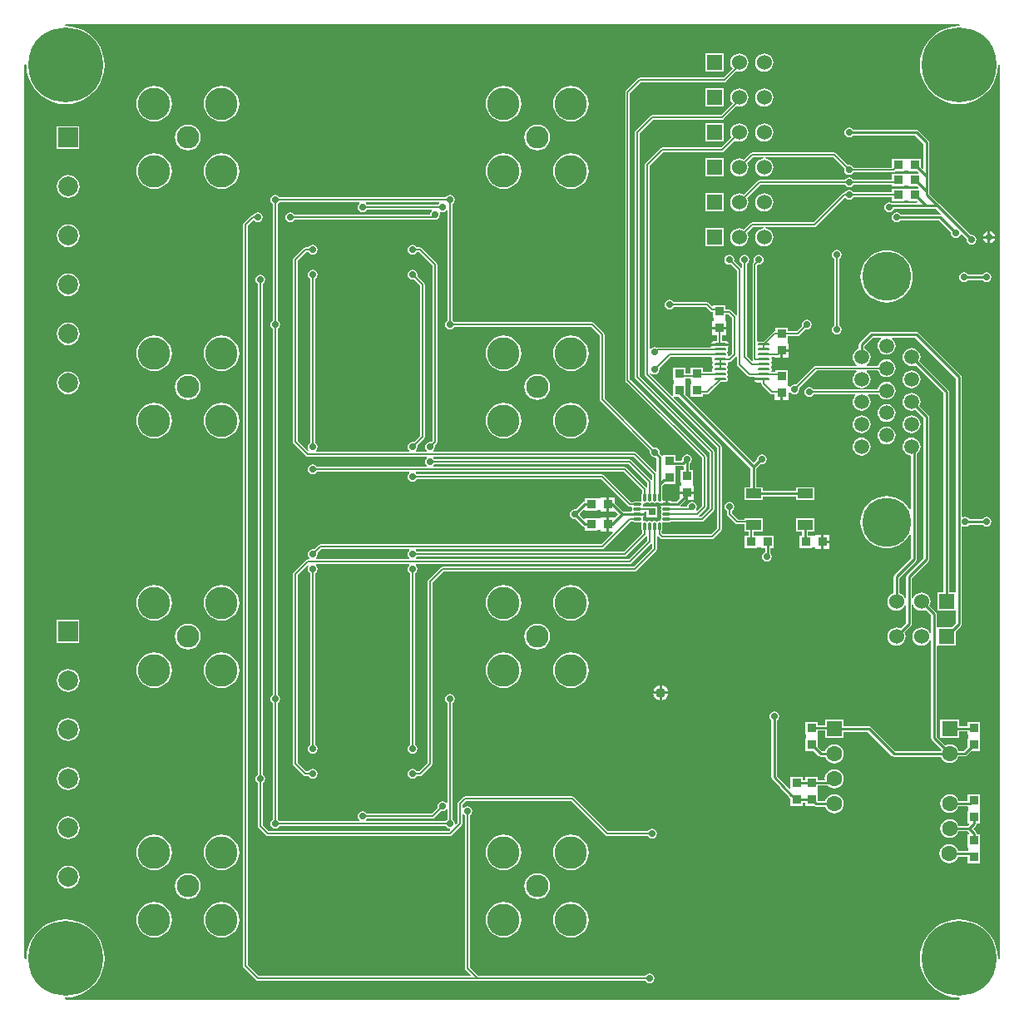
<source format=gtl>
G04*
G04 #@! TF.GenerationSoftware,Altium Limited,Altium Designer,20.1.12 (249)*
G04*
G04 Layer_Physical_Order=1*
G04 Layer_Color=255*
%FSLAX25Y25*%
%MOIN*%
G70*
G04*
G04 #@! TF.SameCoordinates,D57583E0-E3EC-44B9-AAA1-F01574734841*
G04*
G04*
G04 #@! TF.FilePolarity,Positive*
G04*
G01*
G75*
%ADD10C,0.01000*%
%ADD36R,0.06102X0.03937*%
%ADD37R,0.03740X0.03740*%
%ADD38O,0.03347X0.01102*%
%ADD39O,0.01102X0.03347*%
%ADD40R,0.03150X0.03150*%
%ADD41O,0.05315X0.01000*%
%ADD42R,0.03740X0.03740*%
%ADD43C,0.00600*%
%ADD44C,0.09000*%
%ADD45C,0.13000*%
%ADD46R,0.07874X0.07874*%
%ADD47C,0.07874*%
%ADD48R,0.06299X0.06299*%
%ADD49C,0.06299*%
%ADD50C,0.03000*%
%ADD51C,0.30000*%
%ADD52C,0.06000*%
%ADD53R,0.06000X0.06000*%
%ADD54C,0.05906*%
%ADD55C,0.19685*%
%ADD56C,0.02800*%
%ADD57C,0.04000*%
G36*
X678414Y494086D02*
X678204Y493632D01*
X678000Y493648D01*
X675552Y493456D01*
X673164Y492882D01*
X670896Y491943D01*
X668802Y490660D01*
X666935Y489065D01*
X665340Y487198D01*
X664057Y485104D01*
X663118Y482836D01*
X662544Y480448D01*
X662352Y478000D01*
X662544Y475552D01*
X663118Y473164D01*
X664057Y470896D01*
X665340Y468802D01*
X666935Y466935D01*
X668802Y465340D01*
X670896Y464057D01*
X673164Y463118D01*
X675552Y462544D01*
X678000Y462352D01*
X680448Y462544D01*
X682836Y463118D01*
X685104Y464057D01*
X687198Y465340D01*
X689065Y466935D01*
X690660Y468802D01*
X691943Y470896D01*
X692882Y473164D01*
X693456Y475552D01*
X693648Y478000D01*
X693632Y478204D01*
X694086Y478414D01*
X694500Y478000D01*
Y120000D01*
X694086Y119586D01*
X693632Y119796D01*
X693648Y120000D01*
X693456Y122448D01*
X692882Y124836D01*
X691943Y127104D01*
X690660Y129198D01*
X689065Y131065D01*
X687198Y132660D01*
X685104Y133943D01*
X682836Y134882D01*
X680448Y135456D01*
X678000Y135648D01*
X675552Y135456D01*
X673164Y134882D01*
X670896Y133943D01*
X668802Y132660D01*
X666935Y131065D01*
X665340Y129198D01*
X664057Y127104D01*
X663118Y124836D01*
X662544Y122448D01*
X662352Y120000D01*
X662544Y117552D01*
X663118Y115164D01*
X664057Y112896D01*
X665340Y110802D01*
X666935Y108935D01*
X668802Y107340D01*
X670896Y106057D01*
X673164Y105118D01*
X675552Y104544D01*
X678000Y104352D01*
X678204Y104368D01*
X678414Y103914D01*
X678000Y103500D01*
X320000D01*
X319586Y103914D01*
X319796Y104368D01*
X320000Y104352D01*
X322448Y104544D01*
X324836Y105118D01*
X327104Y106057D01*
X329198Y107340D01*
X331065Y108935D01*
X332660Y110802D01*
X333943Y112896D01*
X334882Y115164D01*
X335456Y117552D01*
X335648Y120000D01*
X335456Y122448D01*
X334882Y124836D01*
X333943Y127104D01*
X332660Y129198D01*
X331065Y131065D01*
X329198Y132660D01*
X327104Y133943D01*
X324836Y134882D01*
X322448Y135456D01*
X320000Y135648D01*
X317552Y135456D01*
X315164Y134882D01*
X312896Y133943D01*
X310802Y132660D01*
X308935Y131065D01*
X307340Y129198D01*
X306057Y127104D01*
X305118Y124836D01*
X304544Y122448D01*
X304352Y120000D01*
X304368Y119796D01*
X303914Y119586D01*
X303500Y120000D01*
Y478000D01*
X303914Y478414D01*
X304368Y478204D01*
X304352Y478000D01*
X304544Y475552D01*
X305118Y473164D01*
X306057Y470896D01*
X307340Y468802D01*
X308935Y466935D01*
X310802Y465340D01*
X312896Y464057D01*
X315164Y463118D01*
X317552Y462544D01*
X320000Y462352D01*
X322448Y462544D01*
X324836Y463118D01*
X327104Y464057D01*
X329198Y465340D01*
X331065Y466935D01*
X332660Y468802D01*
X333943Y470896D01*
X334882Y473164D01*
X335456Y475552D01*
X335648Y478000D01*
X335456Y480448D01*
X334882Y482836D01*
X333943Y485104D01*
X332660Y487198D01*
X331065Y489065D01*
X329198Y490660D01*
X327104Y491943D01*
X324836Y492882D01*
X322448Y493456D01*
X320000Y493648D01*
X319796Y493632D01*
X319586Y494086D01*
X320000Y494500D01*
X678000D01*
X678414Y494086D01*
D02*
G37*
%LPC*%
G36*
X583600Y482600D02*
X576400D01*
Y475400D01*
X583600D01*
Y482600D01*
D02*
G37*
G36*
X600000Y482631D02*
X599060Y482507D01*
X598184Y482145D01*
X597432Y481568D01*
X596855Y480816D01*
X596493Y479940D01*
X596369Y479000D01*
X596493Y478060D01*
X596855Y477184D01*
X597432Y476432D01*
X598184Y475855D01*
X599060Y475493D01*
X600000Y475369D01*
X600940Y475493D01*
X601816Y475855D01*
X602568Y476432D01*
X603145Y477184D01*
X603507Y478060D01*
X603631Y479000D01*
X603507Y479940D01*
X603145Y480816D01*
X602568Y481568D01*
X601816Y482145D01*
X600940Y482507D01*
X600000Y482631D01*
D02*
G37*
G36*
X590000D02*
X589060Y482507D01*
X588184Y482145D01*
X587432Y481568D01*
X586855Y480816D01*
X586493Y479940D01*
X586369Y479000D01*
X586493Y478060D01*
X586855Y477184D01*
X587303Y476601D01*
X583620Y472918D01*
X550000D01*
X549649Y472848D01*
X549351Y472649D01*
X544527Y467825D01*
X544328Y467527D01*
X544258Y467176D01*
Y351824D01*
X544328Y351473D01*
X544527Y351175D01*
X575082Y320620D01*
Y301380D01*
X572861Y299159D01*
X572749Y299187D01*
X572717Y299226D01*
X572569Y299748D01*
X572884Y300220D01*
X573039Y301000D01*
X572884Y301780D01*
X572442Y302442D01*
X571780Y302884D01*
X571000Y303039D01*
X570220Y302884D01*
X569558Y302442D01*
X569116Y301780D01*
X568961Y301000D01*
X568880Y300902D01*
X566542D01*
X566334Y301402D01*
X568500Y303567D01*
Y306153D01*
X566130D01*
Y304370D01*
X564835Y303074D01*
X563043D01*
X562534Y303414D01*
X561929Y303534D01*
X561307D01*
Y301953D01*
X560807D01*
Y301453D01*
X558203D01*
X558224Y301347D01*
X558567Y300834D01*
X558636Y300486D01*
X558601Y300433D01*
X558511Y299984D01*
X558601Y299535D01*
X558855Y299154D01*
Y298846D01*
X558601Y298465D01*
X558511Y298016D01*
X558601Y297567D01*
X558855Y297186D01*
Y296877D01*
X558601Y296496D01*
X558511Y296047D01*
X558549Y295856D01*
X558144Y295451D01*
X557953Y295489D01*
X557504Y295399D01*
X557123Y295145D01*
X556814D01*
X556433Y295399D01*
X555984Y295489D01*
X555535Y295399D01*
X555154Y295145D01*
X554846D01*
X554465Y295399D01*
X554016Y295489D01*
X553567Y295399D01*
X553186Y295145D01*
X552877D01*
X552496Y295399D01*
X552047Y295489D01*
X551857Y295451D01*
X551451Y295856D01*
X551489Y296047D01*
X551399Y296496D01*
X551364Y296549D01*
X551433Y296897D01*
X551776Y297410D01*
X551797Y297516D01*
X549193D01*
Y298516D01*
X551797D01*
X551787Y298567D01*
X551822Y298718D01*
X552009Y299067D01*
X552825D01*
Y296825D01*
X557175D01*
Y301175D01*
X552825D01*
Y300902D01*
X551599D01*
X551331Y301402D01*
X551399Y301504D01*
X551489Y301953D01*
X551451Y302144D01*
X551857Y302549D01*
X552047Y302511D01*
X552496Y302601D01*
X552877Y302855D01*
X553186D01*
X553567Y302601D01*
X554016Y302511D01*
X554465Y302601D01*
X554846Y302855D01*
X555154D01*
X555535Y302601D01*
X555984Y302511D01*
X556433Y302601D01*
X556814Y302855D01*
X557123D01*
X557504Y302601D01*
X557714Y302559D01*
X557805Y302453D01*
X560307D01*
Y303534D01*
X559685D01*
X559603Y303518D01*
X559511Y303550D01*
X559127Y303933D01*
Y305929D01*
X559074Y306191D01*
Y309535D01*
X559722Y310184D01*
X564470D01*
Y315124D01*
X564284D01*
X564224Y315213D01*
Y316787D01*
X564284Y316876D01*
X564470D01*
Y317195D01*
X564492Y317225D01*
X567346D01*
X567346Y317225D01*
X567378Y317231D01*
X567878Y316823D01*
Y315816D01*
X566530D01*
Y310876D01*
X566716D01*
X566776Y310787D01*
Y309524D01*
X566130D01*
Y307154D01*
X569000D01*
X571870D01*
Y309524D01*
X571224D01*
Y310787D01*
X571284Y310876D01*
X571470D01*
Y315816D01*
X570122D01*
Y318344D01*
X570442Y318558D01*
X570884Y319220D01*
X571039Y320000D01*
X570884Y320780D01*
X570442Y321442D01*
X569780Y321884D01*
X569000Y322039D01*
X568220Y321884D01*
X567558Y321442D01*
X567116Y320780D01*
X566961Y320000D01*
X566975Y319930D01*
X566583Y319468D01*
X564470D01*
Y321816D01*
X559530D01*
Y321216D01*
X559030Y321167D01*
X558989Y321373D01*
X558746Y321737D01*
X558746Y321737D01*
X558080Y322403D01*
X558155Y322780D01*
X558000Y323561D01*
X557558Y324222D01*
X556896Y324664D01*
X556116Y324819D01*
X555498Y324696D01*
X535918Y344276D01*
Y370000D01*
X535848Y370351D01*
X535649Y370649D01*
X531649Y374649D01*
X531351Y374848D01*
X531000Y374918D01*
X475792D01*
X475442Y375442D01*
X474918Y375792D01*
Y422208D01*
X475442Y422558D01*
X475884Y423220D01*
X476039Y424000D01*
X475884Y424780D01*
X475442Y425442D01*
X474780Y425884D01*
X474000Y426039D01*
X473220Y425884D01*
X472558Y425442D01*
X472208Y424918D01*
X405792D01*
X405442Y425442D01*
X404780Y425884D01*
X404000Y426039D01*
X403220Y425884D01*
X402558Y425442D01*
X402116Y424780D01*
X401961Y424000D01*
X402116Y423220D01*
X402558Y422558D01*
X403082Y422208D01*
Y375792D01*
X402558Y375442D01*
X402116Y374780D01*
X401961Y374000D01*
X402116Y373220D01*
X402558Y372558D01*
X403082Y372208D01*
Y225792D01*
X402558Y225442D01*
X402116Y224780D01*
X401961Y224000D01*
X402116Y223220D01*
X402558Y222558D01*
X403082Y222208D01*
Y175792D01*
X402558Y175442D01*
X402116Y174780D01*
X401961Y174000D01*
X402116Y173220D01*
X402558Y172558D01*
X403220Y172116D01*
X404000Y171961D01*
X404780Y172116D01*
X405442Y172558D01*
X405792Y173082D01*
X472208D01*
X472558Y172558D01*
X473220Y172116D01*
X473963Y171968D01*
X474055Y171826D01*
X474191Y171489D01*
X473620Y170918D01*
X401380D01*
X398918Y173380D01*
Y190208D01*
X399442Y190558D01*
X399884Y191220D01*
X400039Y192000D01*
X399884Y192780D01*
X399442Y193442D01*
X398918Y193792D01*
Y390208D01*
X399442Y390558D01*
X399884Y391220D01*
X400039Y392000D01*
X399884Y392780D01*
X399442Y393442D01*
X398780Y393884D01*
X398000Y394039D01*
X397220Y393884D01*
X396558Y393442D01*
X396116Y392780D01*
X395961Y392000D01*
X396116Y391220D01*
X396558Y390558D01*
X397082Y390208D01*
Y193792D01*
X396558Y193442D01*
X396116Y192780D01*
X395961Y192000D01*
X396116Y191220D01*
X396558Y190558D01*
X397082Y190208D01*
Y173000D01*
X397152Y172649D01*
X397351Y172351D01*
X400351Y169351D01*
X400649Y169152D01*
X401000Y169082D01*
X474000D01*
X474351Y169152D01*
X474649Y169351D01*
X478649Y173351D01*
X478848Y173649D01*
X478918Y174000D01*
Y177617D01*
X479418Y177768D01*
X479558Y177558D01*
X480082Y177208D01*
Y116000D01*
X480152Y115649D01*
X480351Y115351D01*
X482323Y113380D01*
X482131Y112918D01*
X397380D01*
X392918Y117380D01*
Y413620D01*
X394998Y415700D01*
X395496Y415651D01*
X395558Y415558D01*
X396220Y415116D01*
X397000Y414961D01*
X397780Y415116D01*
X398442Y415558D01*
X398884Y416220D01*
X399039Y417000D01*
X398884Y417780D01*
X398442Y418442D01*
X397780Y418884D01*
X397000Y419039D01*
X396220Y418884D01*
X395558Y418442D01*
X395208Y417918D01*
X395000D01*
X394649Y417848D01*
X394351Y417649D01*
X391351Y414649D01*
X391152Y414351D01*
X391082Y414000D01*
Y117000D01*
X391152Y116649D01*
X391351Y116351D01*
X396351Y111351D01*
X396649Y111152D01*
X397000Y111082D01*
X552208D01*
X552558Y110558D01*
X553220Y110116D01*
X554000Y109961D01*
X554780Y110116D01*
X555442Y110558D01*
X555884Y111220D01*
X556039Y112000D01*
X555884Y112780D01*
X555442Y113442D01*
X554780Y113884D01*
X554000Y114039D01*
X553220Y113884D01*
X552558Y113442D01*
X552208Y112918D01*
X485380D01*
X481918Y116380D01*
Y177208D01*
X482442Y177558D01*
X482884Y178220D01*
X483039Y179000D01*
X482884Y179780D01*
X482442Y180442D01*
X481780Y180884D01*
X481000Y181039D01*
X480220Y180884D01*
X479558Y180442D01*
X479418Y180232D01*
X478918Y180383D01*
Y181620D01*
X480380Y183082D01*
X522620D01*
X536351Y169351D01*
X536649Y169152D01*
X537000Y169082D01*
X553208D01*
X553558Y168558D01*
X554220Y168116D01*
X555000Y167961D01*
X555780Y168116D01*
X556442Y168558D01*
X556884Y169220D01*
X557039Y170000D01*
X556884Y170780D01*
X556442Y171442D01*
X555780Y171884D01*
X555000Y172039D01*
X554220Y171884D01*
X553558Y171442D01*
X553208Y170918D01*
X537380D01*
X523649Y184649D01*
X523351Y184848D01*
X523000Y184918D01*
X480000D01*
X479649Y184848D01*
X479351Y184649D01*
X477351Y182649D01*
X477152Y182351D01*
X477082Y182000D01*
Y174380D01*
X476511Y173809D01*
X476175Y173945D01*
X476032Y174037D01*
X475884Y174780D01*
X475442Y175442D01*
X474918Y175792D01*
Y222208D01*
X475442Y222558D01*
X475884Y223220D01*
X476039Y224000D01*
X475884Y224780D01*
X475442Y225442D01*
X474780Y225884D01*
X474000Y226039D01*
X473220Y225884D01*
X472558Y225442D01*
X472116Y224780D01*
X471961Y224000D01*
X472116Y223220D01*
X472558Y222558D01*
X473082Y222208D01*
Y182383D01*
X472582Y182232D01*
X472442Y182442D01*
X471780Y182884D01*
X471000Y183039D01*
X470220Y182884D01*
X469558Y182442D01*
X469116Y181780D01*
X468961Y181000D01*
X469084Y180382D01*
X466620Y177918D01*
X440792D01*
X440442Y178442D01*
X439780Y178884D01*
X439000Y179039D01*
X438220Y178884D01*
X437558Y178442D01*
X437116Y177780D01*
X436961Y177000D01*
X437116Y176220D01*
X437558Y175558D01*
X437768Y175418D01*
X437617Y174918D01*
X405792D01*
X405442Y175442D01*
X404918Y175792D01*
Y222208D01*
X405442Y222558D01*
X405884Y223220D01*
X406039Y224000D01*
X405884Y224780D01*
X405442Y225442D01*
X404918Y225792D01*
Y372208D01*
X405442Y372558D01*
X405884Y373220D01*
X406039Y374000D01*
X405884Y374780D01*
X405442Y375442D01*
X404918Y375792D01*
Y422208D01*
X405442Y422558D01*
X405792Y423082D01*
X437617D01*
X437768Y422582D01*
X437558Y422442D01*
X437116Y421780D01*
X436961Y421000D01*
X437116Y420220D01*
X437558Y419558D01*
X438220Y419116D01*
X439000Y418961D01*
X439780Y419116D01*
X440442Y419558D01*
X440792Y420082D01*
X466617D01*
X466768Y419582D01*
X466558Y419442D01*
X466116Y418780D01*
X465961Y418000D01*
X465893Y417918D01*
X411792D01*
X411442Y418442D01*
X410780Y418884D01*
X410000Y419039D01*
X409220Y418884D01*
X408558Y418442D01*
X408116Y417780D01*
X407961Y417000D01*
X408116Y416220D01*
X408558Y415558D01*
X409220Y415116D01*
X410000Y414961D01*
X410780Y415116D01*
X411442Y415558D01*
X411792Y416082D01*
X467000D01*
X467208Y416124D01*
X467220Y416116D01*
X468000Y415961D01*
X468780Y416116D01*
X469442Y416558D01*
X469884Y417220D01*
X470039Y418000D01*
X469894Y418733D01*
X470062Y418938D01*
X470267Y419106D01*
X471000Y418961D01*
X471780Y419116D01*
X472442Y419558D01*
X472582Y419768D01*
X473082Y419617D01*
Y375792D01*
X472558Y375442D01*
X472116Y374780D01*
X471961Y374000D01*
X472116Y373220D01*
X472558Y372558D01*
X473220Y372116D01*
X474000Y371961D01*
X474780Y372116D01*
X475442Y372558D01*
X475792Y373082D01*
X530620D01*
X534082Y369620D01*
Y343896D01*
X534152Y343545D01*
X534351Y343248D01*
X554200Y323399D01*
X554077Y322780D01*
X554232Y322000D01*
X554674Y321338D01*
X555336Y320896D01*
X556116Y320741D01*
X556494Y320816D01*
X556831Y320479D01*
Y315174D01*
X556331Y314967D01*
X548649Y322649D01*
X548351Y322848D01*
X548000Y322918D01*
X467383Y322918D01*
X467232Y323418D01*
X467442Y323558D01*
X467884Y324220D01*
X468039Y325000D01*
X467916Y325618D01*
X468649Y326351D01*
X468848Y326649D01*
X468918Y327000D01*
Y398000D01*
X468848Y398351D01*
X468649Y398649D01*
X462649Y404649D01*
X462351Y404848D01*
X462000Y404918D01*
X460792D01*
X460442Y405442D01*
X459780Y405884D01*
X459000Y406039D01*
X458220Y405884D01*
X457558Y405442D01*
X457116Y404780D01*
X456961Y404000D01*
X457116Y403220D01*
X457558Y402558D01*
X458220Y402116D01*
X459000Y401961D01*
X459780Y402116D01*
X460442Y402558D01*
X460792Y403082D01*
X461620D01*
X467082Y397620D01*
Y327380D01*
X466618Y326916D01*
X466000Y327039D01*
X465220Y326884D01*
X464558Y326442D01*
X464116Y325780D01*
X463961Y325000D01*
X464116Y324220D01*
X464558Y323558D01*
X464768Y323418D01*
X464617Y322918D01*
X460383D01*
X460232Y323418D01*
X460442Y323558D01*
X460884Y324220D01*
X461039Y325000D01*
X460916Y325618D01*
X463649Y328351D01*
X463848Y328649D01*
X463918Y329000D01*
Y390000D01*
X463848Y390351D01*
X463649Y390649D01*
X460916Y393382D01*
X461039Y394000D01*
X460884Y394780D01*
X460442Y395442D01*
X459780Y395884D01*
X459000Y396039D01*
X458220Y395884D01*
X457558Y395442D01*
X457116Y394780D01*
X456961Y394000D01*
X457116Y393220D01*
X457558Y392558D01*
X458220Y392116D01*
X459000Y391961D01*
X459618Y392084D01*
X462082Y389620D01*
Y329380D01*
X459618Y326916D01*
X459000Y327039D01*
X458220Y326884D01*
X457558Y326442D01*
X457116Y325780D01*
X456961Y325000D01*
X457116Y324220D01*
X457558Y323558D01*
X457768Y323418D01*
X457617Y322918D01*
X420383D01*
X420232Y323418D01*
X420442Y323558D01*
X420884Y324220D01*
X421039Y325000D01*
X420884Y325780D01*
X420442Y326442D01*
X419918Y326792D01*
Y392208D01*
X420442Y392558D01*
X420884Y393220D01*
X421039Y394000D01*
X420884Y394780D01*
X420442Y395442D01*
X419780Y395884D01*
X419000Y396039D01*
X418220Y395884D01*
X417558Y395442D01*
X417116Y394780D01*
X416961Y394000D01*
X417116Y393220D01*
X417558Y392558D01*
X418082Y392208D01*
Y326792D01*
X417558Y326442D01*
X417116Y325780D01*
X416961Y325000D01*
X417116Y324220D01*
X417447Y323724D01*
X417320Y323236D01*
X417266Y323164D01*
X417161Y323137D01*
X412918Y327380D01*
Y399620D01*
X416380Y403082D01*
X417208D01*
X417558Y402558D01*
X418220Y402116D01*
X419000Y401961D01*
X419780Y402116D01*
X420442Y402558D01*
X420884Y403220D01*
X421039Y404000D01*
X420884Y404780D01*
X420442Y405442D01*
X419780Y405884D01*
X419000Y406039D01*
X418220Y405884D01*
X417558Y405442D01*
X417208Y404918D01*
X416000D01*
X415649Y404848D01*
X415351Y404649D01*
X411351Y400649D01*
X411152Y400351D01*
X411082Y400000D01*
Y327000D01*
X411082Y327000D01*
X411152Y326649D01*
X411351Y326351D01*
X416351Y321351D01*
X416649Y321152D01*
X417000Y321082D01*
X464617D01*
X464768Y320582D01*
X464558Y320442D01*
X464116Y319780D01*
X463961Y319000D01*
X464116Y318220D01*
X464558Y317558D01*
X464768Y317418D01*
X464617Y316918D01*
X420792D01*
X420442Y317442D01*
X419780Y317884D01*
X419000Y318039D01*
X418220Y317884D01*
X417558Y317442D01*
X417116Y316780D01*
X416961Y316000D01*
X417116Y315220D01*
X417558Y314558D01*
X418220Y314116D01*
X419000Y313961D01*
X419780Y314116D01*
X420442Y314558D01*
X420792Y315082D01*
X457617D01*
X457768Y314582D01*
X457558Y314442D01*
X457116Y313780D01*
X456961Y313000D01*
X457116Y312220D01*
X457558Y311558D01*
X458220Y311116D01*
X459000Y310961D01*
X459780Y311116D01*
X460442Y311558D01*
X460792Y312082D01*
X534620D01*
X545398Y301304D01*
X545696Y301105D01*
X546047Y301035D01*
X546787D01*
X547054Y300535D01*
X546986Y300433D01*
X546897Y299984D01*
X546967Y299633D01*
X546780Y299290D01*
X546651Y299137D01*
X543449D01*
X540216Y302370D01*
Y304870D01*
X537847D01*
Y302000D01*
Y299130D01*
X540216D01*
X540216Y299130D01*
Y299130D01*
X540578Y298836D01*
X541414Y298000D01*
X540576Y297162D01*
X540216Y296870D01*
Y296870D01*
X540216Y296870D01*
X537847D01*
Y294000D01*
Y291130D01*
X539179D01*
X539370Y290668D01*
X534620Y285918D01*
X422000D01*
X421649Y285848D01*
X421351Y285649D01*
X419619Y283916D01*
X419000Y284039D01*
X418220Y283884D01*
X417558Y283442D01*
X417116Y282780D01*
X416961Y282000D01*
X417116Y281220D01*
X417558Y280558D01*
X417768Y280418D01*
X417617Y279918D01*
X417000D01*
X416649Y279848D01*
X416351Y279649D01*
X411351Y274649D01*
X411152Y274351D01*
X411082Y274000D01*
Y198000D01*
X411152Y197649D01*
X411351Y197351D01*
X415351Y193351D01*
X415649Y193152D01*
X416000Y193082D01*
X417208D01*
X417558Y192558D01*
X418220Y192116D01*
X419000Y191961D01*
X419780Y192116D01*
X420442Y192558D01*
X420884Y193220D01*
X421039Y194000D01*
X420884Y194780D01*
X420442Y195442D01*
X419780Y195884D01*
X419000Y196039D01*
X418220Y195884D01*
X417558Y195442D01*
X417208Y194918D01*
X416380D01*
X412918Y198380D01*
Y273620D01*
X417161Y277863D01*
X417266Y277836D01*
X417320Y277764D01*
X417447Y277276D01*
X417116Y276780D01*
X416961Y276000D01*
X417116Y275220D01*
X417558Y274558D01*
X418082Y274208D01*
Y205792D01*
X417558Y205442D01*
X417116Y204780D01*
X416961Y204000D01*
X417116Y203220D01*
X417558Y202558D01*
X418220Y202116D01*
X419000Y201961D01*
X419780Y202116D01*
X420442Y202558D01*
X420884Y203220D01*
X421039Y204000D01*
X420884Y204780D01*
X420442Y205442D01*
X419918Y205792D01*
Y274208D01*
X420442Y274558D01*
X420884Y275220D01*
X421039Y276000D01*
X420884Y276780D01*
X420442Y277442D01*
X420232Y277582D01*
X420383Y278082D01*
X457617D01*
X457768Y277582D01*
X457558Y277442D01*
X457116Y276780D01*
X456961Y276000D01*
X457116Y275220D01*
X457558Y274558D01*
X458082Y274208D01*
Y205792D01*
X457558Y205442D01*
X457116Y204780D01*
X456961Y204000D01*
X457116Y203220D01*
X457558Y202558D01*
X458220Y202116D01*
X459000Y201961D01*
X459780Y202116D01*
X460442Y202558D01*
X460884Y203220D01*
X461039Y204000D01*
X460884Y204780D01*
X460442Y205442D01*
X459918Y205792D01*
Y274208D01*
X460442Y274558D01*
X460884Y275220D01*
X461039Y276000D01*
X460884Y276780D01*
X460442Y277442D01*
X460232Y277582D01*
X460383Y278082D01*
X546000D01*
X546351Y278152D01*
X546649Y278351D01*
X554567Y286269D01*
X554951Y286162D01*
X555067Y286080D01*
Y284364D01*
X547620Y276918D01*
X471000D01*
X470649Y276848D01*
X470351Y276649D01*
X465351Y271649D01*
X465152Y271351D01*
X465082Y271000D01*
Y198380D01*
X461620Y194918D01*
X460792D01*
X460442Y195442D01*
X459780Y195884D01*
X459000Y196039D01*
X458220Y195884D01*
X457558Y195442D01*
X457116Y194780D01*
X456961Y194000D01*
X457116Y193220D01*
X457558Y192558D01*
X458220Y192116D01*
X459000Y191961D01*
X459780Y192116D01*
X460442Y192558D01*
X460792Y193082D01*
X462000D01*
X462351Y193152D01*
X462649Y193351D01*
X466649Y197351D01*
X466848Y197649D01*
X466918Y198000D01*
Y270620D01*
X471380Y275082D01*
X548000D01*
X548351Y275152D01*
X548649Y275351D01*
X556633Y283335D01*
X556832Y283633D01*
X556902Y283984D01*
Y289111D01*
X557017Y289194D01*
X557402Y289300D01*
X558351Y288351D01*
X558649Y288152D01*
X559000Y288082D01*
X579000D01*
X579351Y288152D01*
X579649Y288351D01*
X582649Y291351D01*
X582848Y291649D01*
X582918Y292000D01*
Y325000D01*
X582848Y325351D01*
X582649Y325649D01*
X563614Y344684D01*
X563821Y345183D01*
X563892Y345183D01*
X563892Y345183D01*
X563909Y345183D01*
X565884D01*
X594544Y316524D01*
Y308868D01*
X592014D01*
Y303731D01*
X599317D01*
Y305178D01*
X612683D01*
Y303731D01*
X619986D01*
Y308868D01*
X612683D01*
Y307421D01*
X599317D01*
Y308868D01*
X596787D01*
Y316524D01*
X598353Y318090D01*
X599000Y317961D01*
X599780Y318116D01*
X600442Y318558D01*
X600884Y319220D01*
X601039Y320000D01*
X600884Y320780D01*
X600442Y321442D01*
X599780Y321884D01*
X599000Y322039D01*
X598220Y321884D01*
X597558Y321442D01*
X597116Y320780D01*
X596961Y320000D01*
X596982Y319891D01*
X595665Y318574D01*
X568470Y345770D01*
Y350124D01*
X568284D01*
X568224Y350213D01*
Y351787D01*
X568284Y351876D01*
X568470D01*
Y352429D01*
X570530D01*
Y351876D01*
X570716D01*
X570776Y351787D01*
Y350213D01*
X570716Y350124D01*
X570530D01*
Y345183D01*
X575470D01*
Y346082D01*
X577130D01*
X577481Y346152D01*
X577779Y346351D01*
X582416Y350989D01*
X584398D01*
X584827Y351074D01*
X585191Y351317D01*
X585434Y351681D01*
X585519Y352110D01*
X585434Y352539D01*
X585191Y352903D01*
Y353286D01*
X585434Y353649D01*
X585519Y354079D01*
X585434Y354508D01*
X585191Y354872D01*
Y355254D01*
X585434Y355618D01*
X585519Y356047D01*
X585434Y356476D01*
X585191Y356840D01*
Y357223D01*
X585434Y357587D01*
X585519Y358016D01*
X585434Y358445D01*
X585353Y358567D01*
X585620Y359067D01*
X585984D01*
X586335Y359137D01*
X586633Y359335D01*
X588582Y361285D01*
X588903Y361210D01*
X589082Y361092D01*
Y358000D01*
X589152Y357649D01*
X589351Y357351D01*
X593272Y353430D01*
X593570Y353231D01*
X593921Y353161D01*
X595970D01*
X596178Y352772D01*
X596182Y352661D01*
X596172Y352610D01*
X599760D01*
Y351610D01*
X596172D01*
X596189Y351525D01*
X596521Y351029D01*
X597017Y350697D01*
X597602Y350581D01*
X598842D01*
Y350240D01*
X598912Y349889D01*
X599111Y349591D01*
X602351Y346351D01*
X602649Y346152D01*
X603000Y346082D01*
X604130D01*
Y343783D01*
X606500D01*
Y346654D01*
X607500D01*
Y343783D01*
X609870D01*
Y346688D01*
X610370Y346839D01*
X610558Y346558D01*
X611220Y346116D01*
X612000Y345961D01*
X612780Y346116D01*
X613442Y346558D01*
X613884Y347220D01*
X614039Y348000D01*
X613916Y348618D01*
X620892Y355594D01*
X636819D01*
X636893Y355499D01*
X636810Y354821D01*
X636466Y354557D01*
X635897Y353815D01*
X635539Y352951D01*
X635417Y352024D01*
X635539Y351096D01*
X635897Y350232D01*
X636466Y349490D01*
X637208Y348920D01*
X638072Y348562D01*
X639000Y348440D01*
X639927Y348562D01*
X640792Y348920D01*
X641534Y349490D01*
X642103Y350232D01*
X642461Y351096D01*
X642583Y352024D01*
X642461Y352951D01*
X642103Y353815D01*
X641534Y354557D01*
X641190Y354821D01*
X641107Y355499D01*
X641181Y355594D01*
X645537D01*
X645539Y355584D01*
X645897Y354720D01*
X646466Y353978D01*
X647208Y353409D01*
X648072Y353050D01*
X649000Y352928D01*
X649928Y353050D01*
X650792Y353409D01*
X651534Y353978D01*
X652103Y354720D01*
X652461Y355584D01*
X652583Y356512D01*
X652461Y357439D01*
X652103Y358303D01*
X651534Y359046D01*
X650792Y359615D01*
X649928Y359973D01*
X649000Y360095D01*
X648072Y359973D01*
X647208Y359615D01*
X646466Y359046D01*
X645897Y358303D01*
X645539Y357439D01*
X645537Y357429D01*
X641181D01*
X641107Y357524D01*
X641190Y358203D01*
X641534Y358466D01*
X642103Y359208D01*
X642461Y360073D01*
X642583Y361000D01*
X642461Y361927D01*
X642103Y362792D01*
X641534Y363534D01*
X640792Y364103D01*
X640122Y364381D01*
Y365535D01*
X643465Y368879D01*
X646761D01*
X646931Y368378D01*
X646466Y368022D01*
X645897Y367280D01*
X645539Y366416D01*
X645417Y365488D01*
X645539Y364561D01*
X645897Y363697D01*
X646466Y362954D01*
X647208Y362385D01*
X648072Y362027D01*
X649000Y361905D01*
X649928Y362027D01*
X650792Y362385D01*
X651534Y362954D01*
X652103Y363697D01*
X652461Y364561D01*
X652583Y365488D01*
X652461Y366416D01*
X652103Y367280D01*
X651534Y368022D01*
X651069Y368378D01*
X651239Y368879D01*
X660535D01*
X676878Y352535D01*
Y266985D01*
X676600Y266600D01*
X676378Y266600D01*
X674122D01*
Y347000D01*
X674122Y347000D01*
X674036Y347429D01*
X673793Y347793D01*
X662184Y359402D01*
X662461Y360073D01*
X662583Y361000D01*
X662461Y361927D01*
X662103Y362792D01*
X661534Y363534D01*
X660792Y364103D01*
X659928Y364461D01*
X659000Y364583D01*
X658073Y364461D01*
X657208Y364103D01*
X656466Y363534D01*
X655897Y362792D01*
X655539Y361927D01*
X655417Y361000D01*
X655539Y360073D01*
X655897Y359208D01*
X656466Y358466D01*
X657208Y357897D01*
X658073Y357539D01*
X659000Y357417D01*
X659928Y357539D01*
X660598Y357816D01*
X671878Y346535D01*
Y266600D01*
X669400D01*
Y259400D01*
X676378D01*
X676600Y259400D01*
X676878Y259015D01*
Y254465D01*
X675014Y252600D01*
X669622D01*
X669400Y252600D01*
X669122Y252985D01*
Y258000D01*
X669122Y258000D01*
X669036Y258429D01*
X668793Y258793D01*
X668793Y258793D01*
X666220Y261366D01*
X666507Y262060D01*
X666631Y263000D01*
X666507Y263940D01*
X666145Y264815D01*
X665568Y265567D01*
X664816Y266145D01*
X663940Y266507D01*
X663000Y266631D01*
X662060Y266507D01*
X661185Y266145D01*
X660432Y265567D01*
X659855Y264815D01*
X659622Y264251D01*
X659122Y264350D01*
Y272535D01*
X665793Y279207D01*
X665793Y279207D01*
X666036Y279571D01*
X666122Y280000D01*
Y337047D01*
X666122Y337047D01*
X666036Y337476D01*
X665793Y337840D01*
X665793Y337840D01*
X662184Y341450D01*
X662461Y342120D01*
X662583Y343047D01*
X662461Y343975D01*
X662103Y344839D01*
X661534Y345581D01*
X660792Y346151D01*
X659928Y346509D01*
X659000Y346631D01*
X658073Y346509D01*
X657208Y346151D01*
X656466Y345581D01*
X655897Y344839D01*
X655539Y343975D01*
X655417Y343047D01*
X655539Y342120D01*
X655897Y341255D01*
X656466Y340513D01*
X657208Y339944D01*
X658073Y339586D01*
X659000Y339464D01*
X659928Y339586D01*
X660598Y339863D01*
X663878Y336583D01*
Y280465D01*
X657207Y273793D01*
X656964Y273429D01*
X656878Y273000D01*
X656878Y273000D01*
Y264350D01*
X656378Y264251D01*
X656145Y264815D01*
X655568Y265567D01*
X654815Y266145D01*
X654122Y266432D01*
Y272535D01*
X660793Y279207D01*
X660793Y279207D01*
X661036Y279571D01*
X661122Y280000D01*
Y322244D01*
X661534Y322561D01*
X662103Y323303D01*
X662461Y324167D01*
X662583Y325095D01*
X662461Y326022D01*
X662103Y326886D01*
X661534Y327628D01*
X660792Y328198D01*
X659928Y328556D01*
X659000Y328678D01*
X658073Y328556D01*
X657208Y328198D01*
X656466Y327628D01*
X655897Y326886D01*
X655539Y326022D01*
X655417Y325095D01*
X655539Y324167D01*
X655897Y323303D01*
X656466Y322561D01*
X657208Y321991D01*
X658073Y321633D01*
X658878Y321527D01*
Y299579D01*
X658388Y299481D01*
X658333Y299614D01*
X657474Y301015D01*
X656407Y302265D01*
X655157Y303333D01*
X653756Y304191D01*
X652237Y304820D01*
X650639Y305204D01*
X649000Y305333D01*
X647361Y305204D01*
X645763Y304820D01*
X644244Y304191D01*
X642843Y303333D01*
X641593Y302265D01*
X640526Y301015D01*
X639667Y299614D01*
X639038Y298095D01*
X638654Y296497D01*
X638525Y294858D01*
X638654Y293220D01*
X639038Y291621D01*
X639667Y290103D01*
X640526Y288701D01*
X641593Y287452D01*
X642843Y286384D01*
X644244Y285525D01*
X645763Y284896D01*
X647361Y284512D01*
X649000Y284384D01*
X650639Y284512D01*
X652237Y284896D01*
X653756Y285525D01*
X655157Y286384D01*
X656407Y287452D01*
X657474Y288701D01*
X658333Y290103D01*
X658388Y290235D01*
X658878Y290138D01*
Y280465D01*
X652207Y273793D01*
X651964Y273429D01*
X651878Y273000D01*
X651878Y273000D01*
Y266432D01*
X651185Y266145D01*
X650432Y265567D01*
X649855Y264815D01*
X649493Y263940D01*
X649369Y263000D01*
X649493Y262060D01*
X649855Y261185D01*
X650432Y260433D01*
X651185Y259855D01*
X652060Y259493D01*
X653000Y259369D01*
X653940Y259493D01*
X654815Y259855D01*
X655568Y260433D01*
X656145Y261185D01*
X656378Y261749D01*
X656878Y261650D01*
Y254465D01*
X654634Y252220D01*
X653940Y252507D01*
X653000Y252631D01*
X652060Y252507D01*
X651185Y252145D01*
X650432Y251568D01*
X649855Y250816D01*
X649493Y249940D01*
X649369Y249000D01*
X649493Y248060D01*
X649855Y247184D01*
X650432Y246432D01*
X651185Y245855D01*
X652060Y245493D01*
X653000Y245369D01*
X653940Y245493D01*
X654815Y245855D01*
X655568Y246432D01*
X656145Y247184D01*
X656507Y248060D01*
X656631Y249000D01*
X656507Y249940D01*
X656220Y250634D01*
X658793Y253207D01*
X658793Y253207D01*
X659036Y253571D01*
X659122Y254000D01*
X659122Y254000D01*
Y261650D01*
X659622Y261749D01*
X659855Y261185D01*
X660432Y260433D01*
X661185Y259855D01*
X662060Y259493D01*
X663000Y259369D01*
X663940Y259493D01*
X664634Y259780D01*
X666878Y257535D01*
Y250350D01*
X666378Y250251D01*
X666145Y250816D01*
X665568Y251568D01*
X664816Y252145D01*
X663940Y252507D01*
X663000Y252631D01*
X662060Y252507D01*
X661185Y252145D01*
X660432Y251568D01*
X659855Y250816D01*
X659493Y249940D01*
X659369Y249000D01*
X659493Y248060D01*
X659855Y247184D01*
X660432Y246432D01*
X661185Y245855D01*
X662060Y245493D01*
X663000Y245369D01*
X663940Y245493D01*
X664816Y245855D01*
X665568Y246432D01*
X666145Y247184D01*
X666378Y247749D01*
X666878Y247650D01*
Y208275D01*
X666878Y208275D01*
X666964Y207845D01*
X667207Y207482D01*
X670923Y203766D01*
X670656Y203122D01*
X652465D01*
X642793Y212793D01*
X642429Y213036D01*
X642000Y213122D01*
X642000Y213122D01*
X631750D01*
Y215750D01*
X624250D01*
Y213468D01*
X621470D01*
Y214816D01*
X616530D01*
Y209876D01*
X616716D01*
X616776Y209787D01*
Y208213D01*
X616716Y208124D01*
X616530D01*
Y203184D01*
X619884D01*
X621861Y201207D01*
X621861Y201207D01*
X622224Y200964D01*
X622653Y200878D01*
X622654Y200878D01*
X624406D01*
X624725Y200109D01*
X625326Y199326D01*
X626109Y198725D01*
X627021Y198347D01*
X628000Y198218D01*
X628979Y198347D01*
X629891Y198725D01*
X630674Y199326D01*
X631275Y200109D01*
X631653Y201021D01*
X631782Y202000D01*
X631653Y202979D01*
X631275Y203891D01*
X630674Y204674D01*
X629891Y205275D01*
X628979Y205653D01*
X628000Y205782D01*
X627021Y205653D01*
X626109Y205275D01*
X625326Y204674D01*
X624725Y203891D01*
X624406Y203122D01*
X623118D01*
X621470Y204770D01*
Y208124D01*
X621284D01*
X621224Y208213D01*
Y209787D01*
X621284Y209876D01*
X621470D01*
Y211225D01*
X624250D01*
Y208250D01*
X631750D01*
Y210878D01*
X641535D01*
X651207Y201207D01*
X651207Y201207D01*
X651571Y200964D01*
X652000Y200878D01*
X652000Y200878D01*
X670670D01*
X670982Y200127D01*
X671583Y199343D01*
X672366Y198742D01*
X673278Y198364D01*
X674257Y198236D01*
X675236Y198364D01*
X676148Y198742D01*
X676931Y199343D01*
X677532Y200127D01*
X677851Y200896D01*
X680364D01*
X680364Y200896D01*
X680793Y200981D01*
X681157Y201224D01*
X683116Y203184D01*
X686470D01*
Y208124D01*
X686284D01*
X686224Y208213D01*
Y209787D01*
X686284Y209876D01*
X686470D01*
Y214816D01*
X681530D01*
Y213139D01*
X678007D01*
Y215767D01*
X670507D01*
Y208268D01*
X678007D01*
Y210896D01*
X681530D01*
Y209876D01*
X681716D01*
X681776Y209787D01*
Y208213D01*
X681716Y208124D01*
X681530D01*
Y204770D01*
X679900Y203139D01*
X677851D01*
X677532Y203909D01*
X676931Y204692D01*
X676148Y205293D01*
X675236Y205671D01*
X674257Y205800D01*
X673278Y205671D01*
X672509Y205352D01*
X669122Y208739D01*
Y245015D01*
X669400Y245400D01*
X669622Y245400D01*
X676600D01*
Y251014D01*
X678793Y253207D01*
X678793Y253207D01*
X679036Y253571D01*
X679122Y254000D01*
X679122Y254000D01*
Y292985D01*
X679563Y293221D01*
X679720Y293116D01*
X680500Y292961D01*
X681280Y293116D01*
X681942Y293558D01*
X682156Y293879D01*
X687344D01*
X687558Y293558D01*
X688220Y293116D01*
X689000Y292961D01*
X689780Y293116D01*
X690442Y293558D01*
X690884Y294220D01*
X691039Y295000D01*
X690884Y295780D01*
X690442Y296442D01*
X689780Y296884D01*
X689000Y297039D01*
X688220Y296884D01*
X687558Y296442D01*
X687344Y296122D01*
X682156D01*
X681942Y296442D01*
X681280Y296884D01*
X680500Y297039D01*
X679720Y296884D01*
X679563Y296779D01*
X679122Y297015D01*
Y353000D01*
X679122Y353000D01*
X679036Y353429D01*
X678793Y353793D01*
X661793Y370793D01*
X661429Y371036D01*
X661000Y371122D01*
X661000Y371122D01*
X643000D01*
X642571Y371036D01*
X642207Y370793D01*
X642207Y370793D01*
X638207Y366793D01*
X637964Y366429D01*
X637878Y366000D01*
X637878Y366000D01*
Y364381D01*
X637208Y364103D01*
X636466Y363534D01*
X635897Y362792D01*
X635539Y361927D01*
X635417Y361000D01*
X635539Y360073D01*
X635897Y359208D01*
X636466Y358466D01*
X636810Y358203D01*
X636893Y357524D01*
X636819Y357429D01*
X620512D01*
X620161Y357360D01*
X619863Y357161D01*
X612618Y349916D01*
X612000Y350039D01*
X611220Y349884D01*
X610558Y349442D01*
X610370Y349161D01*
X609870Y349312D01*
Y349524D01*
X609224D01*
Y350787D01*
X609284Y350876D01*
X609470D01*
Y355817D01*
X604530D01*
Y354918D01*
X603041D01*
X603036Y354923D01*
X602820Y355418D01*
X602953Y355618D01*
X603039Y356047D01*
X602953Y356476D01*
X602710Y356840D01*
Y357223D01*
X602953Y357587D01*
X603039Y358016D01*
X602953Y358445D01*
X602710Y358809D01*
Y359191D01*
X602953Y359555D01*
X603039Y359984D01*
X602953Y360414D01*
X602756Y360709D01*
X602999Y360871D01*
X603108Y361035D01*
X604130D01*
Y360784D01*
X606500D01*
Y363653D01*
X607000D01*
Y364154D01*
X609870D01*
Y366524D01*
X609224D01*
Y367787D01*
X609284Y367876D01*
X609470D01*
Y369429D01*
X613346D01*
X613698Y369499D01*
X613995Y369698D01*
X616382Y372084D01*
X617000Y371961D01*
X617780Y372116D01*
X618442Y372558D01*
X618884Y373220D01*
X619039Y374000D01*
X618884Y374780D01*
X618442Y375442D01*
X617780Y375884D01*
X617000Y376039D01*
X616220Y375884D01*
X615558Y375442D01*
X615116Y374780D01*
X614961Y374000D01*
X615084Y373382D01*
X612966Y371264D01*
X609470D01*
Y372816D01*
X604530D01*
Y371264D01*
X604216D01*
X603865Y371194D01*
X603568Y370995D01*
X599584Y367011D01*
X597602D01*
X597120Y367425D01*
Y397635D01*
X597533Y397994D01*
X597700Y397961D01*
X598480Y398116D01*
X599142Y398558D01*
X599584Y399220D01*
X599739Y400000D01*
X599584Y400780D01*
X599142Y401442D01*
X598480Y401884D01*
X597700Y402039D01*
X596920Y401884D01*
X596258Y401442D01*
X595816Y400780D01*
X595661Y400000D01*
X595816Y399220D01*
X595874Y399133D01*
X595553Y398812D01*
X595355Y398514D01*
X595285Y398163D01*
Y360253D01*
X595355Y359902D01*
X595472Y359727D01*
X595457Y359447D01*
X595284Y359166D01*
X595125Y359173D01*
X592918Y361380D01*
Y398208D01*
X593442Y398558D01*
X593884Y399220D01*
X594039Y400000D01*
X593884Y400780D01*
X593442Y401442D01*
X592780Y401884D01*
X592000Y402039D01*
X591220Y401884D01*
X590558Y401442D01*
X590116Y400780D01*
X589961Y400000D01*
X590116Y399220D01*
X590558Y398558D01*
X591082Y398208D01*
Y396861D01*
X590851Y396727D01*
X590582Y396676D01*
X587877Y399382D01*
X588000Y400000D01*
X587845Y400780D01*
X587403Y401442D01*
X586741Y401884D01*
X585961Y402039D01*
X585181Y401884D01*
X584519Y401442D01*
X584077Y400780D01*
X583922Y400000D01*
X584077Y399220D01*
X584519Y398558D01*
X585181Y398116D01*
X585961Y397961D01*
X586579Y398084D01*
X589082Y395581D01*
Y377908D01*
X588903Y377790D01*
X588582Y377715D01*
X586649Y379649D01*
X586351Y379848D01*
X586000Y379918D01*
X584470D01*
Y381817D01*
X579530D01*
Y381475D01*
X579030Y381268D01*
X577649Y382649D01*
X577351Y382848D01*
X577000Y382918D01*
X563792D01*
X563442Y383442D01*
X562780Y383884D01*
X562000Y384039D01*
X561220Y383884D01*
X560558Y383442D01*
X560116Y382780D01*
X559961Y382000D01*
X560116Y381220D01*
X560558Y380558D01*
X561220Y380116D01*
X562000Y379961D01*
X562780Y380116D01*
X563442Y380558D01*
X563792Y381082D01*
X576620D01*
X578351Y379351D01*
X578649Y379152D01*
X579000Y379082D01*
X579530D01*
Y376876D01*
X579716D01*
X579776Y376787D01*
Y375524D01*
X579130D01*
Y373153D01*
X582000D01*
X584870D01*
Y375524D01*
X584224D01*
Y376787D01*
X584284Y376876D01*
X584470D01*
Y378082D01*
X585620D01*
X587098Y376604D01*
Y362396D01*
X585977Y361274D01*
X585859Y361293D01*
X585830Y361309D01*
X585500Y361857D01*
X585519Y361953D01*
X585434Y362382D01*
X585191Y362746D01*
Y363128D01*
X585434Y363492D01*
X585519Y363921D01*
X585434Y364351D01*
X585236Y364646D01*
X585479Y364808D01*
X585811Y365304D01*
X585828Y365390D01*
X582240D01*
X578653D01*
X578663Y365339D01*
X578658Y365228D01*
X578450Y364839D01*
X556921D01*
X556865Y364828D01*
X556780Y364884D01*
X556000Y365039D01*
X555220Y364884D01*
X554558Y364442D01*
X554418Y364232D01*
X553918Y364383D01*
Y437620D01*
X559380Y443082D01*
X583000D01*
X583351Y443152D01*
X583649Y443351D01*
X588167Y447869D01*
X588184Y447855D01*
X589060Y447493D01*
X590000Y447369D01*
X590940Y447493D01*
X591816Y447855D01*
X592568Y448432D01*
X593145Y449185D01*
X593507Y450060D01*
X593631Y451000D01*
X593507Y451940D01*
X593145Y452815D01*
X592568Y453568D01*
X591816Y454145D01*
X590940Y454507D01*
X590000Y454631D01*
X589060Y454507D01*
X588184Y454145D01*
X587432Y453568D01*
X586855Y452815D01*
X586493Y451940D01*
X586369Y451000D01*
X586493Y450060D01*
X586855Y449185D01*
X586869Y449167D01*
X582620Y444918D01*
X559000D01*
X558649Y444848D01*
X558351Y444649D01*
X552351Y438649D01*
X552152Y438351D01*
X552082Y438000D01*
Y354000D01*
X552152Y353649D01*
X552351Y353351D01*
X581082Y324620D01*
Y292380D01*
X578620Y289918D01*
X559380D01*
X558870Y290427D01*
Y291372D01*
X559037Y291622D01*
X559127Y292071D01*
Y294315D01*
X559089Y294506D01*
X559494Y294912D01*
X559685Y294873D01*
X561929D01*
X562378Y294963D01*
X562628Y295130D01*
X575047D01*
X575398Y295199D01*
X575696Y295398D01*
X579649Y299351D01*
X579848Y299649D01*
X579918Y300000D01*
Y323000D01*
X579848Y323351D01*
X579649Y323649D01*
X549918Y353380D01*
Y450620D01*
X555380Y456082D01*
X583000D01*
X583351Y456152D01*
X583649Y456351D01*
X588869Y461572D01*
X589060Y461493D01*
X590000Y461369D01*
X590940Y461493D01*
X591816Y461855D01*
X592568Y462432D01*
X593145Y463184D01*
X593507Y464060D01*
X593631Y465000D01*
X593507Y465940D01*
X593145Y466816D01*
X592568Y467568D01*
X591816Y468145D01*
X590940Y468507D01*
X590000Y468631D01*
X589060Y468507D01*
X588184Y468145D01*
X587432Y467568D01*
X586855Y466816D01*
X586493Y465940D01*
X586369Y465000D01*
X586493Y464060D01*
X586855Y463184D01*
X587303Y462601D01*
X582620Y457918D01*
X555000D01*
X554649Y457848D01*
X554351Y457649D01*
X548351Y451649D01*
X548152Y451351D01*
X548082Y451000D01*
Y353000D01*
X548152Y352649D01*
X548351Y352351D01*
X578082Y322620D01*
Y300380D01*
X574667Y296965D01*
X573946D01*
X573907Y297016D01*
X573763Y297465D01*
X576649Y300351D01*
X576848Y300649D01*
X576918Y301000D01*
Y321000D01*
X576848Y321351D01*
X576649Y321649D01*
X546093Y352204D01*
Y466796D01*
X550380Y471082D01*
X584000D01*
X584351Y471152D01*
X584649Y471351D01*
X588869Y475572D01*
X589060Y475493D01*
X590000Y475369D01*
X590940Y475493D01*
X591816Y475855D01*
X592568Y476432D01*
X593145Y477184D01*
X593507Y478060D01*
X593631Y479000D01*
X593507Y479940D01*
X593145Y480816D01*
X592568Y481568D01*
X591816Y482145D01*
X590940Y482507D01*
X590000Y482631D01*
D02*
G37*
G36*
X583600Y468600D02*
X576400D01*
Y461400D01*
X583600D01*
Y468600D01*
D02*
G37*
G36*
X600000Y468631D02*
X599060Y468507D01*
X598184Y468145D01*
X597432Y467568D01*
X596855Y466816D01*
X596493Y465940D01*
X596369Y465000D01*
X596493Y464060D01*
X596855Y463184D01*
X597432Y462432D01*
X598184Y461855D01*
X599060Y461493D01*
X600000Y461369D01*
X600940Y461493D01*
X601816Y461855D01*
X602568Y462432D01*
X603145Y463184D01*
X603507Y464060D01*
X603631Y465000D01*
X603507Y465940D01*
X603145Y466816D01*
X602568Y467568D01*
X601816Y468145D01*
X600940Y468507D01*
X600000Y468631D01*
D02*
G37*
G36*
X522500Y469634D02*
X521108Y469497D01*
X519770Y469091D01*
X518536Y468432D01*
X517455Y467545D01*
X516568Y466464D01*
X515909Y465230D01*
X515503Y463892D01*
X515366Y462500D01*
X515503Y461108D01*
X515909Y459770D01*
X516568Y458536D01*
X517455Y457455D01*
X518536Y456568D01*
X519770Y455909D01*
X521108Y455503D01*
X522500Y455366D01*
X523892Y455503D01*
X525230Y455909D01*
X526464Y456568D01*
X527545Y457455D01*
X528432Y458536D01*
X529091Y459770D01*
X529497Y461108D01*
X529634Y462500D01*
X529497Y463892D01*
X529091Y465230D01*
X528432Y466464D01*
X527545Y467545D01*
X526464Y468432D01*
X525230Y469091D01*
X523892Y469497D01*
X522500Y469634D01*
D02*
G37*
G36*
X495500D02*
X494108Y469497D01*
X492770Y469091D01*
X491536Y468432D01*
X490455Y467545D01*
X489568Y466464D01*
X488909Y465230D01*
X488503Y463892D01*
X488366Y462500D01*
X488503Y461108D01*
X488909Y459770D01*
X489568Y458536D01*
X490455Y457455D01*
X491536Y456568D01*
X492770Y455909D01*
X494108Y455503D01*
X495500Y455366D01*
X496892Y455503D01*
X498230Y455909D01*
X499464Y456568D01*
X500545Y457455D01*
X501432Y458536D01*
X502091Y459770D01*
X502497Y461108D01*
X502634Y462500D01*
X502497Y463892D01*
X502091Y465230D01*
X501432Y466464D01*
X500545Y467545D01*
X499464Y468432D01*
X498230Y469091D01*
X496892Y469497D01*
X495500Y469634D01*
D02*
G37*
G36*
X382500D02*
X381108Y469497D01*
X379770Y469091D01*
X378536Y468432D01*
X377455Y467545D01*
X376568Y466464D01*
X375909Y465230D01*
X375503Y463892D01*
X375366Y462500D01*
X375503Y461108D01*
X375909Y459770D01*
X376568Y458536D01*
X377455Y457455D01*
X378536Y456568D01*
X379770Y455909D01*
X381108Y455503D01*
X382500Y455366D01*
X383892Y455503D01*
X385230Y455909D01*
X386464Y456568D01*
X387545Y457455D01*
X388432Y458536D01*
X389091Y459770D01*
X389497Y461108D01*
X389634Y462500D01*
X389497Y463892D01*
X389091Y465230D01*
X388432Y466464D01*
X387545Y467545D01*
X386464Y468432D01*
X385230Y469091D01*
X383892Y469497D01*
X382500Y469634D01*
D02*
G37*
G36*
X355500D02*
X354108Y469497D01*
X352770Y469091D01*
X351536Y468432D01*
X350455Y467545D01*
X349568Y466464D01*
X348909Y465230D01*
X348503Y463892D01*
X348366Y462500D01*
X348503Y461108D01*
X348909Y459770D01*
X349568Y458536D01*
X350455Y457455D01*
X351536Y456568D01*
X352770Y455909D01*
X354108Y455503D01*
X355500Y455366D01*
X356892Y455503D01*
X358230Y455909D01*
X359464Y456568D01*
X360545Y457455D01*
X361432Y458536D01*
X362091Y459770D01*
X362497Y461108D01*
X362634Y462500D01*
X362497Y463892D01*
X362091Y465230D01*
X361432Y466464D01*
X360545Y467545D01*
X359464Y468432D01*
X358230Y469091D01*
X356892Y469497D01*
X355500Y469634D01*
D02*
G37*
G36*
X583600Y454600D02*
X576400D01*
Y447400D01*
X583600D01*
Y454600D01*
D02*
G37*
G36*
X600000Y454631D02*
X599060Y454507D01*
X598184Y454145D01*
X597432Y453568D01*
X596855Y452815D01*
X596493Y451940D01*
X596369Y451000D01*
X596493Y450060D01*
X596855Y449185D01*
X597432Y448432D01*
X598184Y447855D01*
X599060Y447493D01*
X600000Y447369D01*
X600940Y447493D01*
X601816Y447855D01*
X602568Y448432D01*
X603145Y449185D01*
X603507Y450060D01*
X603631Y451000D01*
X603507Y451940D01*
X603145Y452815D01*
X602568Y453568D01*
X601816Y454145D01*
X600940Y454507D01*
X600000Y454631D01*
D02*
G37*
G36*
X325537Y453537D02*
X316463D01*
Y444463D01*
X325537D01*
Y453537D01*
D02*
G37*
G36*
X509000Y454144D02*
X507669Y453969D01*
X506428Y453455D01*
X505363Y452637D01*
X504545Y451572D01*
X504031Y450331D01*
X503856Y449000D01*
X504031Y447669D01*
X504545Y446428D01*
X505363Y445363D01*
X506428Y444545D01*
X507669Y444031D01*
X509000Y443856D01*
X510331Y444031D01*
X511572Y444545D01*
X512637Y445363D01*
X513455Y446428D01*
X513969Y447669D01*
X514144Y449000D01*
X513969Y450331D01*
X513455Y451572D01*
X512637Y452637D01*
X511572Y453455D01*
X510331Y453969D01*
X509000Y454144D01*
D02*
G37*
G36*
X369000D02*
X367669Y453969D01*
X366428Y453455D01*
X365363Y452637D01*
X364545Y451572D01*
X364031Y450331D01*
X363856Y449000D01*
X364031Y447669D01*
X364545Y446428D01*
X365363Y445363D01*
X366428Y444545D01*
X367669Y444031D01*
X369000Y443856D01*
X370331Y444031D01*
X371572Y444545D01*
X372637Y445363D01*
X373455Y446428D01*
X373969Y447669D01*
X374144Y449000D01*
X373969Y450331D01*
X373455Y451572D01*
X372637Y452637D01*
X371572Y453455D01*
X370331Y453969D01*
X369000Y454144D01*
D02*
G37*
G36*
X634000Y453039D02*
X633220Y452884D01*
X632558Y452442D01*
X632116Y451780D01*
X631961Y451000D01*
X632116Y450220D01*
X632558Y449558D01*
X633220Y449116D01*
X634000Y448961D01*
X634780Y449116D01*
X635442Y449558D01*
X635656Y449878D01*
X660535D01*
X663881Y446533D01*
Y436705D01*
X663419Y436513D01*
X662816Y437116D01*
Y440470D01*
X657876D01*
Y440284D01*
X657787Y440224D01*
X656213D01*
X656124Y440284D01*
Y440470D01*
X651184D01*
Y436878D01*
X635792D01*
X635442Y437403D01*
X634780Y437845D01*
X634000Y438000D01*
X633382Y437877D01*
X628610Y442649D01*
X628312Y442848D01*
X627961Y442918D01*
X595000D01*
X594649Y442848D01*
X594351Y442649D01*
X591833Y440131D01*
X591816Y440145D01*
X590940Y440507D01*
X590000Y440631D01*
X589060Y440507D01*
X588184Y440145D01*
X587432Y439568D01*
X586855Y438815D01*
X586493Y437940D01*
X586369Y437000D01*
X586493Y436060D01*
X586855Y435184D01*
X587432Y434432D01*
X588184Y433855D01*
X589060Y433493D01*
X590000Y433369D01*
X590940Y433493D01*
X591816Y433855D01*
X592568Y434432D01*
X593145Y435184D01*
X593507Y436060D01*
X593631Y437000D01*
X593507Y437940D01*
X593145Y438815D01*
X593131Y438833D01*
X595380Y441082D01*
X599597D01*
X599630Y440582D01*
X599060Y440507D01*
X598184Y440145D01*
X597432Y439568D01*
X596855Y438815D01*
X596493Y437940D01*
X596369Y437000D01*
X596493Y436060D01*
X596855Y435184D01*
X597432Y434432D01*
X598184Y433855D01*
X599060Y433493D01*
X600000Y433369D01*
X600940Y433493D01*
X601816Y433855D01*
X602568Y434432D01*
X603145Y435184D01*
X603507Y436060D01*
X603631Y437000D01*
X603507Y437940D01*
X603145Y438815D01*
X602568Y439568D01*
X601816Y440145D01*
X600940Y440507D01*
X600370Y440582D01*
X600403Y441082D01*
X627581D01*
X632084Y436579D01*
X631961Y435961D01*
X632116Y435181D01*
X632558Y434519D01*
X633220Y434077D01*
X634000Y433922D01*
X634780Y434077D01*
X635442Y434519D01*
X635792Y435043D01*
X651614D01*
X651966Y435113D01*
X652263Y435312D01*
X652481Y435530D01*
X656124D01*
Y435716D01*
X656213Y435776D01*
X657787D01*
X657876Y435716D01*
Y435530D01*
X661230D01*
X661828Y434932D01*
X661637Y434470D01*
X657876D01*
Y434284D01*
X657787Y434224D01*
X656213D01*
X656124Y434284D01*
Y434470D01*
X651184D01*
Y431918D01*
X635792D01*
X635442Y432442D01*
X634780Y432884D01*
X634000Y433039D01*
X633220Y432884D01*
X632558Y432442D01*
X632208Y431918D01*
X598000D01*
X597649Y431848D01*
X597351Y431649D01*
X591833Y426131D01*
X591816Y426145D01*
X590940Y426507D01*
X590000Y426631D01*
X589060Y426507D01*
X588184Y426145D01*
X587432Y425568D01*
X586855Y424816D01*
X586493Y423940D01*
X586369Y423000D01*
X586493Y422060D01*
X586855Y421184D01*
X587432Y420432D01*
X588184Y419855D01*
X589060Y419493D01*
X590000Y419369D01*
X590940Y419493D01*
X591816Y419855D01*
X592568Y420432D01*
X593145Y421184D01*
X593507Y422060D01*
X593631Y423000D01*
X593507Y423940D01*
X593145Y424816D01*
X593131Y424833D01*
X598380Y430082D01*
X632208D01*
X632558Y429558D01*
X633220Y429116D01*
X634000Y428961D01*
X634780Y429116D01*
X635442Y429558D01*
X635792Y430082D01*
X651184D01*
Y429530D01*
X656124D01*
Y429716D01*
X656213Y429776D01*
X657787D01*
X657876Y429716D01*
Y429530D01*
X661230D01*
X661828Y428932D01*
X661637Y428470D01*
X657876D01*
Y428284D01*
X657787Y428224D01*
X656213D01*
X656124Y428284D01*
Y428470D01*
X651184D01*
Y426918D01*
X635792D01*
X635442Y427442D01*
X634780Y427884D01*
X634000Y428039D01*
X633220Y427884D01*
X632558Y427442D01*
X632208Y426918D01*
X632000D01*
X631649Y426848D01*
X631351Y426649D01*
X619620Y414918D01*
X595000D01*
X594649Y414848D01*
X594351Y414649D01*
X591833Y412131D01*
X591816Y412145D01*
X590940Y412507D01*
X590000Y412631D01*
X589060Y412507D01*
X588184Y412145D01*
X587432Y411568D01*
X586855Y410815D01*
X586493Y409940D01*
X586369Y409000D01*
X586493Y408060D01*
X586855Y407185D01*
X587432Y406432D01*
X588184Y405855D01*
X589060Y405493D01*
X590000Y405369D01*
X590940Y405493D01*
X591816Y405855D01*
X592568Y406432D01*
X593145Y407185D01*
X593507Y408060D01*
X593631Y409000D01*
X593507Y409940D01*
X593145Y410815D01*
X593131Y410833D01*
X595380Y413082D01*
X599597D01*
X599630Y412582D01*
X599060Y412507D01*
X598184Y412145D01*
X597432Y411568D01*
X596855Y410815D01*
X596493Y409940D01*
X596369Y409000D01*
X596493Y408060D01*
X596855Y407185D01*
X597432Y406432D01*
X598184Y405855D01*
X599060Y405493D01*
X600000Y405369D01*
X600940Y405493D01*
X601816Y405855D01*
X602568Y406432D01*
X603145Y407185D01*
X603507Y408060D01*
X603631Y409000D01*
X603507Y409940D01*
X603145Y410815D01*
X602568Y411568D01*
X601816Y412145D01*
X600940Y412507D01*
X600370Y412582D01*
X600403Y413082D01*
X620000D01*
X620351Y413152D01*
X620649Y413351D01*
X631998Y424700D01*
X632496Y424651D01*
X632558Y424558D01*
X633220Y424116D01*
X634000Y423961D01*
X634780Y424116D01*
X635442Y424558D01*
X635792Y425082D01*
X651184D01*
Y423530D01*
X656124D01*
Y423716D01*
X656213Y423776D01*
X657787D01*
X657876Y423716D01*
Y423530D01*
X661124D01*
X661309Y423295D01*
X661081Y422795D01*
X651160D01*
X651160Y422795D01*
X650970Y422757D01*
X650780Y422884D01*
X650000Y423039D01*
X649220Y422884D01*
X648558Y422442D01*
X648116Y421780D01*
X647961Y421000D01*
X648116Y420220D01*
X648558Y419558D01*
X649220Y419116D01*
X650000Y418961D01*
X650780Y419116D01*
X651442Y419558D01*
X651884Y420220D01*
X651950Y420552D01*
X664673D01*
X664673Y420552D01*
X664673Y420552D01*
X668865D01*
X670864Y418552D01*
X670618Y418092D01*
X670467Y418122D01*
X670467Y418122D01*
X654656D01*
X654442Y418442D01*
X653780Y418884D01*
X653000Y419039D01*
X652220Y418884D01*
X651558Y418442D01*
X651116Y417780D01*
X650961Y417000D01*
X651116Y416220D01*
X651558Y415558D01*
X652220Y415116D01*
X653000Y414961D01*
X653780Y415116D01*
X654442Y415558D01*
X654656Y415878D01*
X670003D01*
X674770Y411111D01*
X674694Y410734D01*
X674850Y409953D01*
X675292Y409292D01*
X675953Y408850D01*
X676734Y408695D01*
X677514Y408850D01*
X678176Y409292D01*
X678618Y409953D01*
X678654Y410139D01*
X679133Y410284D01*
X681037Y408380D01*
X680961Y408000D01*
X681116Y407220D01*
X681558Y406558D01*
X682220Y406116D01*
X683000Y405961D01*
X683780Y406116D01*
X684442Y406558D01*
X684884Y407220D01*
X685039Y408000D01*
X684884Y408780D01*
X684442Y409442D01*
X683780Y409884D01*
X683000Y410039D01*
X682624Y409965D01*
X670123Y422466D01*
X670123Y422466D01*
X666124Y426465D01*
Y427344D01*
X666124Y427344D01*
X666124Y427344D01*
Y433344D01*
X666124Y433344D01*
X666124Y433344D01*
Y446997D01*
X666124Y446997D01*
X666039Y447426D01*
X665796Y447790D01*
X661793Y451793D01*
X661429Y452036D01*
X661000Y452122D01*
X661000Y452122D01*
X635656D01*
X635442Y452442D01*
X634780Y452884D01*
X634000Y453039D01*
D02*
G37*
G36*
X583600Y440600D02*
X576400D01*
Y433400D01*
X583600D01*
Y440600D01*
D02*
G37*
G36*
X522500Y442634D02*
X521108Y442497D01*
X519770Y442091D01*
X518536Y441432D01*
X517455Y440545D01*
X516568Y439464D01*
X515909Y438230D01*
X515503Y436892D01*
X515366Y435500D01*
X515503Y434108D01*
X515909Y432770D01*
X516568Y431536D01*
X517455Y430455D01*
X518536Y429568D01*
X519770Y428909D01*
X521108Y428503D01*
X522500Y428366D01*
X523892Y428503D01*
X525230Y428909D01*
X526464Y429568D01*
X527545Y430455D01*
X528432Y431536D01*
X529091Y432770D01*
X529497Y434108D01*
X529634Y435500D01*
X529497Y436892D01*
X529091Y438230D01*
X528432Y439464D01*
X527545Y440545D01*
X526464Y441432D01*
X525230Y442091D01*
X523892Y442497D01*
X522500Y442634D01*
D02*
G37*
G36*
X495500D02*
X494108Y442497D01*
X492770Y442091D01*
X491536Y441432D01*
X490455Y440545D01*
X489568Y439464D01*
X488909Y438230D01*
X488503Y436892D01*
X488366Y435500D01*
X488503Y434108D01*
X488909Y432770D01*
X489568Y431536D01*
X490455Y430455D01*
X491536Y429568D01*
X492770Y428909D01*
X494108Y428503D01*
X495500Y428366D01*
X496892Y428503D01*
X498230Y428909D01*
X499464Y429568D01*
X500545Y430455D01*
X501432Y431536D01*
X502091Y432770D01*
X502497Y434108D01*
X502634Y435500D01*
X502497Y436892D01*
X502091Y438230D01*
X501432Y439464D01*
X500545Y440545D01*
X499464Y441432D01*
X498230Y442091D01*
X496892Y442497D01*
X495500Y442634D01*
D02*
G37*
G36*
X382500D02*
X381108Y442497D01*
X379770Y442091D01*
X378536Y441432D01*
X377455Y440545D01*
X376568Y439464D01*
X375909Y438230D01*
X375503Y436892D01*
X375366Y435500D01*
X375503Y434108D01*
X375909Y432770D01*
X376568Y431536D01*
X377455Y430455D01*
X378536Y429568D01*
X379770Y428909D01*
X381108Y428503D01*
X382500Y428366D01*
X383892Y428503D01*
X385230Y428909D01*
X386464Y429568D01*
X387545Y430455D01*
X388432Y431536D01*
X389091Y432770D01*
X389497Y434108D01*
X389634Y435500D01*
X389497Y436892D01*
X389091Y438230D01*
X388432Y439464D01*
X387545Y440545D01*
X386464Y441432D01*
X385230Y442091D01*
X383892Y442497D01*
X382500Y442634D01*
D02*
G37*
G36*
X355500D02*
X354108Y442497D01*
X352770Y442091D01*
X351536Y441432D01*
X350455Y440545D01*
X349568Y439464D01*
X348909Y438230D01*
X348503Y436892D01*
X348366Y435500D01*
X348503Y434108D01*
X348909Y432770D01*
X349568Y431536D01*
X350455Y430455D01*
X351536Y429568D01*
X352770Y428909D01*
X354108Y428503D01*
X355500Y428366D01*
X356892Y428503D01*
X358230Y428909D01*
X359464Y429568D01*
X360545Y430455D01*
X361432Y431536D01*
X362091Y432770D01*
X362497Y434108D01*
X362634Y435500D01*
X362497Y436892D01*
X362091Y438230D01*
X361432Y439464D01*
X360545Y440545D01*
X359464Y441432D01*
X358230Y442091D01*
X356892Y442497D01*
X355500Y442634D01*
D02*
G37*
G36*
X321000Y433891D02*
X319816Y433735D01*
X318712Y433278D01*
X317764Y432551D01*
X317037Y431603D01*
X316580Y430499D01*
X316424Y429315D01*
X316580Y428131D01*
X317037Y427027D01*
X317764Y426079D01*
X318712Y425352D01*
X319816Y424895D01*
X321000Y424739D01*
X322184Y424895D01*
X323288Y425352D01*
X324236Y426079D01*
X324963Y427027D01*
X325420Y428131D01*
X325576Y429315D01*
X325420Y430499D01*
X324963Y431603D01*
X324236Y432551D01*
X323288Y433278D01*
X322184Y433735D01*
X321000Y433891D01*
D02*
G37*
G36*
X583600Y426600D02*
X576400D01*
Y419400D01*
X583600D01*
Y426600D01*
D02*
G37*
G36*
X600000Y426631D02*
X599060Y426507D01*
X598184Y426145D01*
X597432Y425568D01*
X596855Y424816D01*
X596493Y423940D01*
X596369Y423000D01*
X596493Y422060D01*
X596855Y421184D01*
X597432Y420432D01*
X598184Y419855D01*
X599060Y419493D01*
X600000Y419369D01*
X600940Y419493D01*
X601816Y419855D01*
X602568Y420432D01*
X603145Y421184D01*
X603507Y422060D01*
X603631Y423000D01*
X603507Y423940D01*
X603145Y424816D01*
X602568Y425568D01*
X601816Y426145D01*
X600940Y426507D01*
X600000Y426631D01*
D02*
G37*
G36*
X690500Y411348D02*
Y409500D01*
X692348D01*
X692261Y409936D01*
X691730Y410730D01*
X690936Y411261D01*
X690500Y411348D01*
D02*
G37*
G36*
X689500D02*
X689064Y411261D01*
X688270Y410730D01*
X687739Y409936D01*
X687652Y409500D01*
X689500D01*
Y411348D01*
D02*
G37*
G36*
X692348Y408500D02*
X690500D01*
Y406652D01*
X690936Y406739D01*
X691730Y407270D01*
X692261Y408064D01*
X692348Y408500D01*
D02*
G37*
G36*
X689500D02*
X687652D01*
X687739Y408064D01*
X688270Y407270D01*
X689064Y406739D01*
X689500Y406652D01*
Y408500D01*
D02*
G37*
G36*
X583600Y412600D02*
X576400D01*
Y405400D01*
X583600D01*
Y412600D01*
D02*
G37*
G36*
X321000Y414206D02*
X319816Y414050D01*
X318712Y413593D01*
X317764Y412866D01*
X317037Y411918D01*
X316580Y410814D01*
X316424Y409630D01*
X316580Y408446D01*
X317037Y407342D01*
X317764Y406394D01*
X318712Y405667D01*
X319816Y405210D01*
X321000Y405054D01*
X322184Y405210D01*
X323288Y405667D01*
X324236Y406394D01*
X324963Y407342D01*
X325420Y408446D01*
X325576Y409630D01*
X325420Y410814D01*
X324963Y411918D01*
X324236Y412866D01*
X323288Y413593D01*
X322184Y414050D01*
X321000Y414206D01*
D02*
G37*
G36*
X689000Y395039D02*
X688220Y394884D01*
X687558Y394442D01*
X687344Y394122D01*
X681656D01*
X681442Y394442D01*
X680780Y394884D01*
X680000Y395039D01*
X679220Y394884D01*
X678558Y394442D01*
X678116Y393780D01*
X677961Y393000D01*
X678116Y392220D01*
X678558Y391558D01*
X679220Y391116D01*
X680000Y390961D01*
X680780Y391116D01*
X681442Y391558D01*
X681656Y391879D01*
X687344D01*
X687558Y391558D01*
X688220Y391116D01*
X689000Y390961D01*
X689780Y391116D01*
X690442Y391558D01*
X690884Y392220D01*
X691039Y393000D01*
X690884Y393780D01*
X690442Y394442D01*
X689780Y394884D01*
X689000Y395039D01*
D02*
G37*
G36*
X321000Y394521D02*
X319816Y394365D01*
X318712Y393908D01*
X317764Y393181D01*
X317037Y392233D01*
X316580Y391129D01*
X316424Y389945D01*
X316580Y388760D01*
X317037Y387657D01*
X317764Y386709D01*
X318712Y385982D01*
X319816Y385525D01*
X321000Y385369D01*
X322184Y385525D01*
X323288Y385982D01*
X324236Y386709D01*
X324963Y387657D01*
X325420Y388760D01*
X325576Y389945D01*
X325420Y391129D01*
X324963Y392233D01*
X324236Y393181D01*
X323288Y393908D01*
X322184Y394365D01*
X321000Y394521D01*
D02*
G37*
G36*
X649000Y403719D02*
X647361Y403590D01*
X645763Y403206D01*
X644244Y402577D01*
X642843Y401718D01*
X641593Y400651D01*
X640526Y399401D01*
X639667Y398000D01*
X639038Y396481D01*
X638654Y394883D01*
X638525Y393244D01*
X638654Y391605D01*
X639038Y390007D01*
X639667Y388489D01*
X640526Y387087D01*
X641593Y385837D01*
X642843Y384770D01*
X644244Y383911D01*
X645763Y383282D01*
X647361Y382898D01*
X649000Y382769D01*
X650639Y382898D01*
X652237Y383282D01*
X653756Y383911D01*
X655157Y384770D01*
X656407Y385837D01*
X657474Y387087D01*
X658333Y388489D01*
X658962Y390007D01*
X659346Y391605D01*
X659475Y393244D01*
X659346Y394883D01*
X658962Y396481D01*
X658333Y398000D01*
X657474Y399401D01*
X656407Y400651D01*
X655157Y401718D01*
X653756Y402577D01*
X652237Y403206D01*
X650639Y403590D01*
X649000Y403719D01*
D02*
G37*
G36*
X629000Y404039D02*
X628220Y403884D01*
X627558Y403442D01*
X627116Y402780D01*
X626961Y402000D01*
X627116Y401220D01*
X627558Y400558D01*
X628082Y400208D01*
Y373792D01*
X627558Y373442D01*
X627116Y372780D01*
X626961Y372000D01*
X627116Y371220D01*
X627558Y370558D01*
X628220Y370116D01*
X629000Y369961D01*
X629780Y370116D01*
X630442Y370558D01*
X630884Y371220D01*
X631039Y372000D01*
X630884Y372780D01*
X630442Y373442D01*
X629918Y373792D01*
Y400208D01*
X630442Y400558D01*
X630884Y401220D01*
X631039Y402000D01*
X630884Y402780D01*
X630442Y403442D01*
X629780Y403884D01*
X629000Y404039D01*
D02*
G37*
G36*
X584870Y372153D02*
X582000D01*
X579130D01*
Y369783D01*
X581082D01*
Y367419D01*
X580083D01*
X579497Y367303D01*
X579001Y366971D01*
X578670Y366475D01*
X578653Y366390D01*
X582240D01*
X585828D01*
X585811Y366475D01*
X585479Y366971D01*
X584983Y367303D01*
X584398Y367419D01*
X582918D01*
Y369783D01*
X584870D01*
Y372153D01*
D02*
G37*
G36*
X321000Y374836D02*
X319816Y374680D01*
X318712Y374223D01*
X317764Y373496D01*
X317037Y372548D01*
X316580Y371444D01*
X316424Y370260D01*
X316580Y369075D01*
X317037Y367972D01*
X317764Y367024D01*
X318712Y366297D01*
X319816Y365840D01*
X321000Y365684D01*
X322184Y365840D01*
X323288Y366297D01*
X324236Y367024D01*
X324963Y367972D01*
X325420Y369075D01*
X325576Y370260D01*
X325420Y371444D01*
X324963Y372548D01*
X324236Y373496D01*
X323288Y374223D01*
X322184Y374680D01*
X321000Y374836D01*
D02*
G37*
G36*
X609870Y363154D02*
X607500D01*
Y360784D01*
X609870D01*
Y363154D01*
D02*
G37*
G36*
X522500Y369634D02*
X521108Y369497D01*
X519770Y369091D01*
X518536Y368432D01*
X517455Y367545D01*
X516568Y366464D01*
X515909Y365230D01*
X515503Y363892D01*
X515366Y362500D01*
X515503Y361108D01*
X515909Y359770D01*
X516568Y358536D01*
X517455Y357455D01*
X518536Y356568D01*
X519770Y355909D01*
X521108Y355503D01*
X522500Y355366D01*
X523892Y355503D01*
X525230Y355909D01*
X526464Y356568D01*
X527545Y357455D01*
X528432Y358536D01*
X529091Y359770D01*
X529497Y361108D01*
X529634Y362500D01*
X529497Y363892D01*
X529091Y365230D01*
X528432Y366464D01*
X527545Y367545D01*
X526464Y368432D01*
X525230Y369091D01*
X523892Y369497D01*
X522500Y369634D01*
D02*
G37*
G36*
X495500D02*
X494108Y369497D01*
X492770Y369091D01*
X491536Y368432D01*
X490455Y367545D01*
X489568Y366464D01*
X488909Y365230D01*
X488503Y363892D01*
X488366Y362500D01*
X488503Y361108D01*
X488909Y359770D01*
X489568Y358536D01*
X490455Y357455D01*
X491536Y356568D01*
X492770Y355909D01*
X494108Y355503D01*
X495500Y355366D01*
X496892Y355503D01*
X498230Y355909D01*
X499464Y356568D01*
X500545Y357455D01*
X501432Y358536D01*
X502091Y359770D01*
X502497Y361108D01*
X502634Y362500D01*
X502497Y363892D01*
X502091Y365230D01*
X501432Y366464D01*
X500545Y367545D01*
X499464Y368432D01*
X498230Y369091D01*
X496892Y369497D01*
X495500Y369634D01*
D02*
G37*
G36*
X382500D02*
X381108Y369497D01*
X379770Y369091D01*
X378536Y368432D01*
X377455Y367545D01*
X376568Y366464D01*
X375909Y365230D01*
X375503Y363892D01*
X375366Y362500D01*
X375503Y361108D01*
X375909Y359770D01*
X376568Y358536D01*
X377455Y357455D01*
X378536Y356568D01*
X379770Y355909D01*
X381108Y355503D01*
X382500Y355366D01*
X383892Y355503D01*
X385230Y355909D01*
X386464Y356568D01*
X387545Y357455D01*
X388432Y358536D01*
X389091Y359770D01*
X389497Y361108D01*
X389634Y362500D01*
X389497Y363892D01*
X389091Y365230D01*
X388432Y366464D01*
X387545Y367545D01*
X386464Y368432D01*
X385230Y369091D01*
X383892Y369497D01*
X382500Y369634D01*
D02*
G37*
G36*
X355500D02*
X354108Y369497D01*
X352770Y369091D01*
X351536Y368432D01*
X350455Y367545D01*
X349568Y366464D01*
X348909Y365230D01*
X348503Y363892D01*
X348366Y362500D01*
X348503Y361108D01*
X348909Y359770D01*
X349568Y358536D01*
X350455Y357455D01*
X351536Y356568D01*
X352770Y355909D01*
X354108Y355503D01*
X355500Y355366D01*
X356892Y355503D01*
X358230Y355909D01*
X359464Y356568D01*
X360545Y357455D01*
X361432Y358536D01*
X362091Y359770D01*
X362497Y361108D01*
X362634Y362500D01*
X362497Y363892D01*
X362091Y365230D01*
X361432Y366464D01*
X360545Y367545D01*
X359464Y368432D01*
X358230Y369091D01*
X356892Y369497D01*
X355500Y369634D01*
D02*
G37*
G36*
X659000Y355607D02*
X658073Y355485D01*
X657208Y355127D01*
X656466Y354557D01*
X655897Y353815D01*
X655539Y352951D01*
X655417Y352024D01*
X655539Y351096D01*
X655897Y350232D01*
X656466Y349490D01*
X657208Y348920D01*
X658073Y348562D01*
X659000Y348440D01*
X659928Y348562D01*
X660792Y348920D01*
X661534Y349490D01*
X662103Y350232D01*
X662461Y351096D01*
X662583Y352024D01*
X662461Y352951D01*
X662103Y353815D01*
X661534Y354557D01*
X660792Y355127D01*
X659928Y355485D01*
X659000Y355607D01*
D02*
G37*
G36*
X649000Y351119D02*
X648072Y350997D01*
X647208Y350639D01*
X646466Y350069D01*
X645897Y349327D01*
X645539Y348463D01*
X645467Y347918D01*
X619792D01*
X619442Y348442D01*
X618780Y348884D01*
X618000Y349039D01*
X617220Y348884D01*
X616558Y348442D01*
X616116Y347780D01*
X615961Y347000D01*
X616116Y346220D01*
X616558Y345558D01*
X617220Y345116D01*
X618000Y344961D01*
X618780Y345116D01*
X619442Y345558D01*
X619792Y346082D01*
X636342D01*
X636502Y345609D01*
X636466Y345581D01*
X635897Y344839D01*
X635539Y343975D01*
X635417Y343047D01*
X635539Y342120D01*
X635897Y341255D01*
X636466Y340513D01*
X637208Y339944D01*
X638072Y339586D01*
X639000Y339464D01*
X639927Y339586D01*
X640792Y339944D01*
X641534Y340513D01*
X642103Y341255D01*
X642461Y342120D01*
X642583Y343047D01*
X642461Y343975D01*
X642103Y344839D01*
X641534Y345581D01*
X641498Y345609D01*
X641658Y346082D01*
X645756D01*
X645897Y345744D01*
X646466Y345002D01*
X647208Y344432D01*
X648072Y344074D01*
X649000Y343952D01*
X649928Y344074D01*
X650792Y344432D01*
X651534Y345002D01*
X652103Y345744D01*
X652461Y346608D01*
X652583Y347535D01*
X652461Y348463D01*
X652103Y349327D01*
X651534Y350069D01*
X650792Y350639D01*
X649928Y350997D01*
X649000Y351119D01*
D02*
G37*
G36*
X321000Y355151D02*
X319816Y354995D01*
X318712Y354538D01*
X317764Y353811D01*
X317037Y352863D01*
X316580Y351759D01*
X316424Y350575D01*
X316580Y349390D01*
X317037Y348287D01*
X317764Y347339D01*
X318712Y346612D01*
X319816Y346155D01*
X321000Y345999D01*
X322184Y346155D01*
X323288Y346612D01*
X324236Y347339D01*
X324963Y348287D01*
X325420Y349390D01*
X325576Y350575D01*
X325420Y351759D01*
X324963Y352863D01*
X324236Y353811D01*
X323288Y354538D01*
X322184Y354995D01*
X321000Y355151D01*
D02*
G37*
G36*
X509000Y354144D02*
X507669Y353969D01*
X506428Y353455D01*
X505363Y352637D01*
X504545Y351572D01*
X504031Y350331D01*
X503856Y349000D01*
X504031Y347669D01*
X504545Y346428D01*
X505363Y345363D01*
X506428Y344545D01*
X507669Y344031D01*
X509000Y343856D01*
X510331Y344031D01*
X511572Y344545D01*
X512637Y345363D01*
X513455Y346428D01*
X513969Y347669D01*
X514144Y349000D01*
X513969Y350331D01*
X513455Y351572D01*
X512637Y352637D01*
X511572Y353455D01*
X510331Y353969D01*
X509000Y354144D01*
D02*
G37*
G36*
X369000D02*
X367669Y353969D01*
X366428Y353455D01*
X365363Y352637D01*
X364545Y351572D01*
X364031Y350331D01*
X363856Y349000D01*
X364031Y347669D01*
X364545Y346428D01*
X365363Y345363D01*
X366428Y344545D01*
X367669Y344031D01*
X369000Y343856D01*
X370331Y344031D01*
X371572Y344545D01*
X372637Y345363D01*
X373455Y346428D01*
X373969Y347669D01*
X374144Y349000D01*
X373969Y350331D01*
X373455Y351572D01*
X372637Y352637D01*
X371572Y353455D01*
X370331Y353969D01*
X369000Y354144D01*
D02*
G37*
G36*
X649000Y342143D02*
X648072Y342020D01*
X647208Y341662D01*
X646466Y341093D01*
X645897Y340351D01*
X645539Y339487D01*
X645417Y338559D01*
X645539Y337632D01*
X645897Y336767D01*
X646466Y336025D01*
X647208Y335456D01*
X648072Y335098D01*
X649000Y334976D01*
X649928Y335098D01*
X650792Y335456D01*
X651534Y336025D01*
X652103Y336767D01*
X652461Y337632D01*
X652583Y338559D01*
X652461Y339487D01*
X652103Y340351D01*
X651534Y341093D01*
X650792Y341662D01*
X649928Y342020D01*
X649000Y342143D01*
D02*
G37*
G36*
X659000Y337654D02*
X658073Y337532D01*
X657208Y337174D01*
X656466Y336605D01*
X655897Y335863D01*
X655539Y334998D01*
X655417Y334071D01*
X655539Y333143D01*
X655897Y332279D01*
X656466Y331537D01*
X657208Y330967D01*
X658073Y330610D01*
X659000Y330487D01*
X659928Y330610D01*
X660792Y330967D01*
X661534Y331537D01*
X662103Y332279D01*
X662461Y333143D01*
X662583Y334071D01*
X662461Y334998D01*
X662103Y335863D01*
X661534Y336605D01*
X660792Y337174D01*
X659928Y337532D01*
X659000Y337654D01*
D02*
G37*
G36*
X639000D02*
X638072Y337532D01*
X637208Y337174D01*
X636466Y336605D01*
X635897Y335863D01*
X635539Y334998D01*
X635417Y334071D01*
X635539Y333143D01*
X635897Y332279D01*
X636466Y331537D01*
X637208Y330967D01*
X638072Y330610D01*
X639000Y330487D01*
X639927Y330610D01*
X640792Y330967D01*
X641534Y331537D01*
X642103Y332279D01*
X642461Y333143D01*
X642583Y334071D01*
X642461Y334998D01*
X642103Y335863D01*
X641534Y336605D01*
X640792Y337174D01*
X639927Y337532D01*
X639000Y337654D01*
D02*
G37*
G36*
X522500Y342634D02*
X521108Y342497D01*
X519770Y342091D01*
X518536Y341432D01*
X517455Y340545D01*
X516568Y339464D01*
X515909Y338230D01*
X515503Y336892D01*
X515366Y335500D01*
X515503Y334108D01*
X515909Y332770D01*
X516568Y331536D01*
X517455Y330455D01*
X518536Y329568D01*
X519770Y328909D01*
X521108Y328503D01*
X522500Y328366D01*
X523892Y328503D01*
X525230Y328909D01*
X526464Y329568D01*
X527545Y330455D01*
X528432Y331536D01*
X529091Y332770D01*
X529497Y334108D01*
X529634Y335500D01*
X529497Y336892D01*
X529091Y338230D01*
X528432Y339464D01*
X527545Y340545D01*
X526464Y341432D01*
X525230Y342091D01*
X523892Y342497D01*
X522500Y342634D01*
D02*
G37*
G36*
X495500D02*
X494108Y342497D01*
X492770Y342091D01*
X491536Y341432D01*
X490455Y340545D01*
X489568Y339464D01*
X488909Y338230D01*
X488503Y336892D01*
X488366Y335500D01*
X488503Y334108D01*
X488909Y332770D01*
X489568Y331536D01*
X490455Y330455D01*
X491536Y329568D01*
X492770Y328909D01*
X494108Y328503D01*
X495500Y328366D01*
X496892Y328503D01*
X498230Y328909D01*
X499464Y329568D01*
X500545Y330455D01*
X501432Y331536D01*
X502091Y332770D01*
X502497Y334108D01*
X502634Y335500D01*
X502497Y336892D01*
X502091Y338230D01*
X501432Y339464D01*
X500545Y340545D01*
X499464Y341432D01*
X498230Y342091D01*
X496892Y342497D01*
X495500Y342634D01*
D02*
G37*
G36*
X382500D02*
X381108Y342497D01*
X379770Y342091D01*
X378536Y341432D01*
X377455Y340545D01*
X376568Y339464D01*
X375909Y338230D01*
X375503Y336892D01*
X375366Y335500D01*
X375503Y334108D01*
X375909Y332770D01*
X376568Y331536D01*
X377455Y330455D01*
X378536Y329568D01*
X379770Y328909D01*
X381108Y328503D01*
X382500Y328366D01*
X383892Y328503D01*
X385230Y328909D01*
X386464Y329568D01*
X387545Y330455D01*
X388432Y331536D01*
X389091Y332770D01*
X389497Y334108D01*
X389634Y335500D01*
X389497Y336892D01*
X389091Y338230D01*
X388432Y339464D01*
X387545Y340545D01*
X386464Y341432D01*
X385230Y342091D01*
X383892Y342497D01*
X382500Y342634D01*
D02*
G37*
G36*
X355500D02*
X354108Y342497D01*
X352770Y342091D01*
X351536Y341432D01*
X350455Y340545D01*
X349568Y339464D01*
X348909Y338230D01*
X348503Y336892D01*
X348366Y335500D01*
X348503Y334108D01*
X348909Y332770D01*
X349568Y331536D01*
X350455Y330455D01*
X351536Y329568D01*
X352770Y328909D01*
X354108Y328503D01*
X355500Y328366D01*
X356892Y328503D01*
X358230Y328909D01*
X359464Y329568D01*
X360545Y330455D01*
X361432Y331536D01*
X362091Y332770D01*
X362497Y334108D01*
X362634Y335500D01*
X362497Y336892D01*
X362091Y338230D01*
X361432Y339464D01*
X360545Y340545D01*
X359464Y341432D01*
X358230Y342091D01*
X356892Y342497D01*
X355500Y342634D01*
D02*
G37*
G36*
X649000Y333166D02*
X648072Y333044D01*
X647208Y332686D01*
X646466Y332117D01*
X645897Y331374D01*
X645539Y330510D01*
X645417Y329583D01*
X645539Y328655D01*
X645897Y327791D01*
X646466Y327049D01*
X647208Y326479D01*
X648072Y326121D01*
X649000Y325999D01*
X649928Y326121D01*
X650792Y326479D01*
X651534Y327049D01*
X652103Y327791D01*
X652461Y328655D01*
X652583Y329583D01*
X652461Y330510D01*
X652103Y331374D01*
X651534Y332117D01*
X650792Y332686D01*
X649928Y333044D01*
X649000Y333166D01*
D02*
G37*
G36*
X639000Y328678D02*
X638072Y328556D01*
X637208Y328198D01*
X636466Y327628D01*
X635897Y326886D01*
X635539Y326022D01*
X635417Y325095D01*
X635539Y324167D01*
X635897Y323303D01*
X636466Y322561D01*
X637208Y321991D01*
X638072Y321633D01*
X639000Y321511D01*
X639927Y321633D01*
X640792Y321991D01*
X641534Y322561D01*
X642103Y323303D01*
X642461Y324167D01*
X642583Y325095D01*
X642461Y326022D01*
X642103Y326886D01*
X641534Y327628D01*
X640792Y328198D01*
X639927Y328556D01*
X639000Y328678D01*
D02*
G37*
G36*
X536846Y304870D02*
X534476D01*
Y304224D01*
X533213D01*
X533124Y304284D01*
Y304470D01*
X528184D01*
Y303121D01*
X528000D01*
X527571Y303036D01*
X527207Y302793D01*
X527207Y302793D01*
X524378Y299964D01*
X524000Y300039D01*
X523220Y299884D01*
X522558Y299442D01*
X522116Y298780D01*
X521961Y298000D01*
X522116Y297220D01*
X522558Y296558D01*
X523220Y296116D01*
X524000Y295961D01*
X524378Y296036D01*
X527207Y293207D01*
X527207Y293207D01*
X527571Y292964D01*
X528000Y292879D01*
X528184D01*
Y291530D01*
X533124D01*
Y291716D01*
X533213Y291776D01*
X534476D01*
Y291130D01*
X536846D01*
Y294000D01*
Y296870D01*
X534476D01*
Y296224D01*
X533213D01*
X533124Y296284D01*
Y296470D01*
X528184D01*
Y296056D01*
X527722Y295865D01*
X525964Y297622D01*
X526039Y298000D01*
X525964Y298378D01*
X527722Y300135D01*
X528184Y299944D01*
Y299530D01*
X533124D01*
Y299716D01*
X533213Y299776D01*
X534476D01*
Y299130D01*
X536846D01*
Y302000D01*
Y304870D01*
D02*
G37*
G36*
X571870Y306153D02*
X569500D01*
Y303783D01*
X571870D01*
Y306153D01*
D02*
G37*
G36*
X626217Y289870D02*
X623846D01*
Y287500D01*
X626217D01*
Y289870D01*
D02*
G37*
G36*
Y286500D02*
X623846D01*
Y284130D01*
X626217D01*
Y286500D01*
D02*
G37*
G36*
X619986Y296269D02*
X612683D01*
Y291132D01*
X615213D01*
Y289470D01*
X614184D01*
Y284530D01*
X619124D01*
Y284716D01*
X619213Y284776D01*
X620476D01*
Y284130D01*
X622847D01*
Y287000D01*
Y289870D01*
X620476D01*
Y289224D01*
X619213D01*
X619124Y289284D01*
Y289470D01*
X617456D01*
Y291132D01*
X619986D01*
Y296269D01*
D02*
G37*
G36*
X586000Y303039D02*
X585220Y302884D01*
X584558Y302442D01*
X584116Y301780D01*
X583961Y301000D01*
X584116Y300220D01*
X584558Y299558D01*
X585082Y299208D01*
Y298000D01*
X585152Y297649D01*
X585351Y297351D01*
X588417Y294285D01*
X588715Y294087D01*
X589066Y294017D01*
X592014D01*
Y291132D01*
X593736D01*
Y289470D01*
X592183D01*
Y284530D01*
X597124D01*
Y284716D01*
X597213Y284776D01*
X598787D01*
X598876Y284716D01*
Y284530D01*
X600225D01*
Y282885D01*
X600220Y282884D01*
X599558Y282442D01*
X599116Y281780D01*
X598961Y281000D01*
X599116Y280220D01*
X599558Y279558D01*
X600220Y279116D01*
X601000Y278961D01*
X601780Y279116D01*
X602442Y279558D01*
X602884Y280220D01*
X603039Y281000D01*
X602884Y281780D01*
X602468Y282403D01*
Y284530D01*
X603817D01*
Y289470D01*
X598876D01*
Y289284D01*
X598787Y289224D01*
X597213D01*
X597124Y289284D01*
Y289470D01*
X595571D01*
Y291132D01*
X599317D01*
Y296269D01*
X592014D01*
Y295852D01*
X589446D01*
X586918Y298380D01*
Y299208D01*
X587442Y299558D01*
X587884Y300220D01*
X588039Y301000D01*
X587884Y301780D01*
X587442Y302442D01*
X586780Y302884D01*
X586000Y303039D01*
D02*
G37*
G36*
X522500Y269634D02*
X521108Y269497D01*
X519770Y269091D01*
X518536Y268432D01*
X517455Y267545D01*
X516568Y266464D01*
X515909Y265230D01*
X515503Y263892D01*
X515366Y262500D01*
X515503Y261108D01*
X515909Y259770D01*
X516568Y258536D01*
X517455Y257455D01*
X518536Y256568D01*
X519770Y255909D01*
X521108Y255503D01*
X522500Y255366D01*
X523892Y255503D01*
X525230Y255909D01*
X526464Y256568D01*
X527545Y257455D01*
X528432Y258536D01*
X529091Y259770D01*
X529497Y261108D01*
X529634Y262500D01*
X529497Y263892D01*
X529091Y265230D01*
X528432Y266464D01*
X527545Y267545D01*
X526464Y268432D01*
X525230Y269091D01*
X523892Y269497D01*
X522500Y269634D01*
D02*
G37*
G36*
X495500D02*
X494108Y269497D01*
X492770Y269091D01*
X491536Y268432D01*
X490455Y267545D01*
X489568Y266464D01*
X488909Y265230D01*
X488503Y263892D01*
X488366Y262500D01*
X488503Y261108D01*
X488909Y259770D01*
X489568Y258536D01*
X490455Y257455D01*
X491536Y256568D01*
X492770Y255909D01*
X494108Y255503D01*
X495500Y255366D01*
X496892Y255503D01*
X498230Y255909D01*
X499464Y256568D01*
X500545Y257455D01*
X501432Y258536D01*
X502091Y259770D01*
X502497Y261108D01*
X502634Y262500D01*
X502497Y263892D01*
X502091Y265230D01*
X501432Y266464D01*
X500545Y267545D01*
X499464Y268432D01*
X498230Y269091D01*
X496892Y269497D01*
X495500Y269634D01*
D02*
G37*
G36*
X382500D02*
X381108Y269497D01*
X379770Y269091D01*
X378536Y268432D01*
X377455Y267545D01*
X376568Y266464D01*
X375909Y265230D01*
X375503Y263892D01*
X375366Y262500D01*
X375503Y261108D01*
X375909Y259770D01*
X376568Y258536D01*
X377455Y257455D01*
X378536Y256568D01*
X379770Y255909D01*
X381108Y255503D01*
X382500Y255366D01*
X383892Y255503D01*
X385230Y255909D01*
X386464Y256568D01*
X387545Y257455D01*
X388432Y258536D01*
X389091Y259770D01*
X389497Y261108D01*
X389634Y262500D01*
X389497Y263892D01*
X389091Y265230D01*
X388432Y266464D01*
X387545Y267545D01*
X386464Y268432D01*
X385230Y269091D01*
X383892Y269497D01*
X382500Y269634D01*
D02*
G37*
G36*
X355500D02*
X354108Y269497D01*
X352770Y269091D01*
X351536Y268432D01*
X350455Y267545D01*
X349568Y266464D01*
X348909Y265230D01*
X348503Y263892D01*
X348366Y262500D01*
X348503Y261108D01*
X348909Y259770D01*
X349568Y258536D01*
X350455Y257455D01*
X351536Y256568D01*
X352770Y255909D01*
X354108Y255503D01*
X355500Y255366D01*
X356892Y255503D01*
X358230Y255909D01*
X359464Y256568D01*
X360545Y257455D01*
X361432Y258536D01*
X362091Y259770D01*
X362497Y261108D01*
X362634Y262500D01*
X362497Y263892D01*
X362091Y265230D01*
X361432Y266464D01*
X360545Y267545D01*
X359464Y268432D01*
X358230Y269091D01*
X356892Y269497D01*
X355500Y269634D01*
D02*
G37*
G36*
X325537Y255592D02*
X316463D01*
Y246518D01*
X325537D01*
Y255592D01*
D02*
G37*
G36*
X509000Y254144D02*
X507669Y253969D01*
X506428Y253455D01*
X505363Y252637D01*
X504545Y251572D01*
X504031Y250331D01*
X503856Y249000D01*
X504031Y247669D01*
X504545Y246428D01*
X505363Y245363D01*
X506428Y244545D01*
X507669Y244031D01*
X509000Y243856D01*
X510331Y244031D01*
X511572Y244545D01*
X512637Y245363D01*
X513455Y246428D01*
X513969Y247669D01*
X514144Y249000D01*
X513969Y250331D01*
X513455Y251572D01*
X512637Y252637D01*
X511572Y253455D01*
X510331Y253969D01*
X509000Y254144D01*
D02*
G37*
G36*
X369000D02*
X367669Y253969D01*
X366428Y253455D01*
X365363Y252637D01*
X364545Y251572D01*
X364031Y250331D01*
X363856Y249000D01*
X364031Y247669D01*
X364545Y246428D01*
X365363Y245363D01*
X366428Y244545D01*
X367669Y244031D01*
X369000Y243856D01*
X370331Y244031D01*
X371572Y244545D01*
X372637Y245363D01*
X373455Y246428D01*
X373969Y247669D01*
X374144Y249000D01*
X373969Y250331D01*
X373455Y251572D01*
X372637Y252637D01*
X371572Y253455D01*
X370331Y253969D01*
X369000Y254144D01*
D02*
G37*
G36*
X522500Y242634D02*
X521108Y242497D01*
X519770Y242091D01*
X518536Y241432D01*
X517455Y240545D01*
X516568Y239464D01*
X515909Y238230D01*
X515503Y236892D01*
X515366Y235500D01*
X515503Y234108D01*
X515909Y232770D01*
X516568Y231536D01*
X517455Y230455D01*
X518536Y229568D01*
X519770Y228909D01*
X521108Y228503D01*
X522500Y228366D01*
X523892Y228503D01*
X525230Y228909D01*
X526464Y229568D01*
X527545Y230455D01*
X528432Y231536D01*
X529091Y232770D01*
X529497Y234108D01*
X529634Y235500D01*
X529497Y236892D01*
X529091Y238230D01*
X528432Y239464D01*
X527545Y240545D01*
X526464Y241432D01*
X525230Y242091D01*
X523892Y242497D01*
X522500Y242634D01*
D02*
G37*
G36*
X495500D02*
X494108Y242497D01*
X492770Y242091D01*
X491536Y241432D01*
X490455Y240545D01*
X489568Y239464D01*
X488909Y238230D01*
X488503Y236892D01*
X488366Y235500D01*
X488503Y234108D01*
X488909Y232770D01*
X489568Y231536D01*
X490455Y230455D01*
X491536Y229568D01*
X492770Y228909D01*
X494108Y228503D01*
X495500Y228366D01*
X496892Y228503D01*
X498230Y228909D01*
X499464Y229568D01*
X500545Y230455D01*
X501432Y231536D01*
X502091Y232770D01*
X502497Y234108D01*
X502634Y235500D01*
X502497Y236892D01*
X502091Y238230D01*
X501432Y239464D01*
X500545Y240545D01*
X499464Y241432D01*
X498230Y242091D01*
X496892Y242497D01*
X495500Y242634D01*
D02*
G37*
G36*
X382500D02*
X381108Y242497D01*
X379770Y242091D01*
X378536Y241432D01*
X377455Y240545D01*
X376568Y239464D01*
X375909Y238230D01*
X375503Y236892D01*
X375366Y235500D01*
X375503Y234108D01*
X375909Y232770D01*
X376568Y231536D01*
X377455Y230455D01*
X378536Y229568D01*
X379770Y228909D01*
X381108Y228503D01*
X382500Y228366D01*
X383892Y228503D01*
X385230Y228909D01*
X386464Y229568D01*
X387545Y230455D01*
X388432Y231536D01*
X389091Y232770D01*
X389497Y234108D01*
X389634Y235500D01*
X389497Y236892D01*
X389091Y238230D01*
X388432Y239464D01*
X387545Y240545D01*
X386464Y241432D01*
X385230Y242091D01*
X383892Y242497D01*
X382500Y242634D01*
D02*
G37*
G36*
X355500D02*
X354108Y242497D01*
X352770Y242091D01*
X351536Y241432D01*
X350455Y240545D01*
X349568Y239464D01*
X348909Y238230D01*
X348503Y236892D01*
X348366Y235500D01*
X348503Y234108D01*
X348909Y232770D01*
X349568Y231536D01*
X350455Y230455D01*
X351536Y229568D01*
X352770Y228909D01*
X354108Y228503D01*
X355500Y228366D01*
X356892Y228503D01*
X358230Y228909D01*
X359464Y229568D01*
X360545Y230455D01*
X361432Y231536D01*
X362091Y232770D01*
X362497Y234108D01*
X362634Y235500D01*
X362497Y236892D01*
X362091Y238230D01*
X361432Y239464D01*
X360545Y240545D01*
X359464Y241432D01*
X358230Y242091D01*
X356892Y242497D01*
X355500Y242634D01*
D02*
G37*
G36*
X559000Y229460D02*
Y227000D01*
X561460D01*
X561423Y227283D01*
X561121Y228013D01*
X560640Y228640D01*
X560013Y229120D01*
X559283Y229423D01*
X559000Y229460D01*
D02*
G37*
G36*
X558000D02*
X557717Y229423D01*
X556987Y229120D01*
X556360Y228640D01*
X555879Y228013D01*
X555577Y227283D01*
X555540Y227000D01*
X558000D01*
Y229460D01*
D02*
G37*
G36*
X321000Y235946D02*
X319816Y235790D01*
X318712Y235333D01*
X317764Y234606D01*
X317037Y233658D01*
X316580Y232555D01*
X316424Y231370D01*
X316580Y230186D01*
X317037Y229082D01*
X317764Y228134D01*
X318712Y227407D01*
X319816Y226950D01*
X321000Y226794D01*
X322184Y226950D01*
X323288Y227407D01*
X324236Y228134D01*
X324963Y229082D01*
X325420Y230186D01*
X325576Y231370D01*
X325420Y232555D01*
X324963Y233658D01*
X324236Y234606D01*
X323288Y235333D01*
X322184Y235790D01*
X321000Y235946D01*
D02*
G37*
G36*
X561460Y226000D02*
X559000D01*
Y223540D01*
X559283Y223577D01*
X560013Y223880D01*
X560640Y224360D01*
X561121Y224987D01*
X561423Y225717D01*
X561460Y226000D01*
D02*
G37*
G36*
X558000D02*
X555540D01*
X555577Y225717D01*
X555879Y224987D01*
X556360Y224360D01*
X556987Y223880D01*
X557717Y223577D01*
X558000Y223540D01*
Y226000D01*
D02*
G37*
G36*
X321000Y216261D02*
X319816Y216105D01*
X318712Y215648D01*
X317764Y214921D01*
X317037Y213973D01*
X316580Y212869D01*
X316424Y211685D01*
X316580Y210501D01*
X317037Y209397D01*
X317764Y208449D01*
X318712Y207722D01*
X319816Y207265D01*
X321000Y207109D01*
X322184Y207265D01*
X323288Y207722D01*
X324236Y208449D01*
X324963Y209397D01*
X325420Y210501D01*
X325576Y211685D01*
X325420Y212869D01*
X324963Y213973D01*
X324236Y214921D01*
X323288Y215648D01*
X322184Y216105D01*
X321000Y216261D01*
D02*
G37*
G36*
X604000Y219039D02*
X603220Y218884D01*
X602558Y218442D01*
X602116Y217780D01*
X601961Y217000D01*
X602116Y216220D01*
X602558Y215558D01*
X602878Y215344D01*
Y192654D01*
X602917Y192461D01*
X602947Y192268D01*
X602959Y192247D01*
X602964Y192224D01*
X603073Y192061D01*
X603175Y191894D01*
X609787Y184712D01*
X609787Y184704D01*
X609839Y184626D01*
X609989Y184527D01*
X610091Y184437D01*
X610153Y184390D01*
X610530Y184107D01*
Y181184D01*
X615470D01*
Y182532D01*
X616530D01*
Y181184D01*
X619896D01*
X620224Y180964D01*
X620653Y180878D01*
X620654Y180878D01*
X624406D01*
X624725Y180109D01*
X625326Y179326D01*
X626109Y178725D01*
X627021Y178347D01*
X628000Y178218D01*
X628979Y178347D01*
X629891Y178725D01*
X630674Y179326D01*
X631275Y180109D01*
X631653Y181021D01*
X631782Y182000D01*
X631653Y182979D01*
X631275Y183891D01*
X630674Y184674D01*
X629891Y185275D01*
X628979Y185653D01*
X628000Y185782D01*
X627021Y185653D01*
X626109Y185275D01*
X625326Y184674D01*
X624725Y183891D01*
X624406Y183122D01*
X621470D01*
Y186124D01*
X621284D01*
X621224Y186213D01*
Y187787D01*
X621284Y187876D01*
X621470D01*
Y189225D01*
X625457D01*
X626109Y188725D01*
X627021Y188347D01*
X628000Y188218D01*
X628979Y188347D01*
X629891Y188725D01*
X630674Y189326D01*
X631275Y190109D01*
X631653Y191021D01*
X631782Y192000D01*
X631653Y192979D01*
X631275Y193891D01*
X630674Y194674D01*
X629891Y195275D01*
X628979Y195653D01*
X628000Y195782D01*
X627021Y195653D01*
X626109Y195275D01*
X625326Y194674D01*
X624725Y193891D01*
X624347Y192979D01*
X624218Y192000D01*
X624239Y191844D01*
X623909Y191468D01*
X621470D01*
Y192816D01*
X616530D01*
Y191468D01*
X615470D01*
Y192816D01*
X610530D01*
Y187955D01*
X610118Y187665D01*
X605122Y193091D01*
Y215344D01*
X605442Y215558D01*
X605884Y216220D01*
X606039Y217000D01*
X605884Y217780D01*
X605442Y218442D01*
X604780Y218884D01*
X604000Y219039D01*
D02*
G37*
G36*
X321000Y196576D02*
X319816Y196420D01*
X318712Y195963D01*
X317764Y195236D01*
X317037Y194288D01*
X316580Y193184D01*
X316424Y192000D01*
X316580Y190816D01*
X317037Y189712D01*
X317764Y188764D01*
X318712Y188037D01*
X319816Y187580D01*
X321000Y187424D01*
X322184Y187580D01*
X323288Y188037D01*
X324236Y188764D01*
X324963Y189712D01*
X325420Y190816D01*
X325576Y192000D01*
X325420Y193184D01*
X324963Y194288D01*
X324236Y195236D01*
X323288Y195963D01*
X322184Y196420D01*
X321000Y196576D01*
D02*
G37*
G36*
X686470Y185817D02*
X681530D01*
Y183139D01*
X677851D01*
X677532Y183909D01*
X676931Y184692D01*
X676148Y185293D01*
X675236Y185671D01*
X674257Y185800D01*
X673278Y185671D01*
X672366Y185293D01*
X671583Y184692D01*
X670982Y183909D01*
X670604Y182996D01*
X670475Y182018D01*
X670604Y181039D01*
X670982Y180127D01*
X671583Y179343D01*
X672366Y178742D01*
X673278Y178365D01*
X674257Y178236D01*
X675236Y178365D01*
X676148Y178742D01*
X676931Y179343D01*
X677532Y180127D01*
X677851Y180896D01*
X681314D01*
X681776Y180787D01*
Y179213D01*
X681716Y179124D01*
X681530D01*
Y174183D01*
X681944D01*
X682135Y173722D01*
X681553Y173139D01*
X677851D01*
X677532Y173909D01*
X676931Y174692D01*
X676148Y175293D01*
X675236Y175671D01*
X674257Y175800D01*
X673278Y175671D01*
X672366Y175293D01*
X671583Y174692D01*
X670982Y173909D01*
X670604Y172996D01*
X670475Y172018D01*
X670604Y171039D01*
X670982Y170127D01*
X671583Y169343D01*
X672366Y168742D01*
X673278Y168365D01*
X674257Y168236D01*
X675236Y168365D01*
X676148Y168742D01*
X676931Y169343D01*
X677532Y170127D01*
X677851Y170896D01*
X681518D01*
X682135Y170279D01*
X681944Y169817D01*
X681530D01*
Y164876D01*
X681530D01*
X681776Y164401D01*
Y163213D01*
X681314Y163122D01*
X677594D01*
X677275Y163891D01*
X676674Y164674D01*
X675891Y165275D01*
X674979Y165653D01*
X674000Y165782D01*
X673021Y165653D01*
X672109Y165275D01*
X671326Y164674D01*
X670725Y163891D01*
X670347Y162979D01*
X670218Y162000D01*
X670347Y161021D01*
X670725Y160109D01*
X671326Y159326D01*
X672109Y158725D01*
X673021Y158347D01*
X674000Y158218D01*
X674979Y158347D01*
X675891Y158725D01*
X676674Y159326D01*
X677275Y160109D01*
X677594Y160878D01*
X681530D01*
Y158184D01*
X686470D01*
Y163124D01*
X686284D01*
X686224Y163213D01*
Y164787D01*
X686284Y164876D01*
X686470D01*
Y169817D01*
X685555D01*
X685122Y170000D01*
X685036Y170429D01*
X684793Y170793D01*
X684793Y170793D01*
X683586Y172000D01*
X684793Y173207D01*
X684793Y173207D01*
X685036Y173571D01*
X685122Y174000D01*
X685555Y174183D01*
X686470D01*
Y179124D01*
X686284D01*
X686224Y179213D01*
Y180787D01*
X686284Y180876D01*
X686470D01*
Y185817D01*
D02*
G37*
G36*
X321000Y176891D02*
X319816Y176735D01*
X318712Y176278D01*
X317764Y175551D01*
X317037Y174603D01*
X316580Y173499D01*
X316424Y172315D01*
X316580Y171131D01*
X317037Y170027D01*
X317764Y169079D01*
X318712Y168352D01*
X319816Y167895D01*
X321000Y167739D01*
X322184Y167895D01*
X323288Y168352D01*
X324236Y169079D01*
X324963Y170027D01*
X325420Y171131D01*
X325576Y172315D01*
X325420Y173499D01*
X324963Y174603D01*
X324236Y175551D01*
X323288Y176278D01*
X322184Y176735D01*
X321000Y176891D01*
D02*
G37*
G36*
X522500Y169634D02*
X521108Y169497D01*
X519770Y169091D01*
X518536Y168432D01*
X517455Y167545D01*
X516568Y166464D01*
X515909Y165230D01*
X515503Y163892D01*
X515366Y162500D01*
X515503Y161108D01*
X515909Y159770D01*
X516568Y158536D01*
X517455Y157455D01*
X518536Y156568D01*
X519770Y155909D01*
X521108Y155503D01*
X522500Y155366D01*
X523892Y155503D01*
X525230Y155909D01*
X526464Y156568D01*
X527545Y157455D01*
X528432Y158536D01*
X529091Y159770D01*
X529497Y161108D01*
X529634Y162500D01*
X529497Y163892D01*
X529091Y165230D01*
X528432Y166464D01*
X527545Y167545D01*
X526464Y168432D01*
X525230Y169091D01*
X523892Y169497D01*
X522500Y169634D01*
D02*
G37*
G36*
X495500D02*
X494108Y169497D01*
X492770Y169091D01*
X491536Y168432D01*
X490455Y167545D01*
X489568Y166464D01*
X488909Y165230D01*
X488503Y163892D01*
X488366Y162500D01*
X488503Y161108D01*
X488909Y159770D01*
X489568Y158536D01*
X490455Y157455D01*
X491536Y156568D01*
X492770Y155909D01*
X494108Y155503D01*
X495500Y155366D01*
X496892Y155503D01*
X498230Y155909D01*
X499464Y156568D01*
X500545Y157455D01*
X501432Y158536D01*
X502091Y159770D01*
X502497Y161108D01*
X502634Y162500D01*
X502497Y163892D01*
X502091Y165230D01*
X501432Y166464D01*
X500545Y167545D01*
X499464Y168432D01*
X498230Y169091D01*
X496892Y169497D01*
X495500Y169634D01*
D02*
G37*
G36*
X382500D02*
X381108Y169497D01*
X379770Y169091D01*
X378536Y168432D01*
X377455Y167545D01*
X376568Y166464D01*
X375909Y165230D01*
X375503Y163892D01*
X375366Y162500D01*
X375503Y161108D01*
X375909Y159770D01*
X376568Y158536D01*
X377455Y157455D01*
X378536Y156568D01*
X379770Y155909D01*
X381108Y155503D01*
X382500Y155366D01*
X383892Y155503D01*
X385230Y155909D01*
X386464Y156568D01*
X387545Y157455D01*
X388432Y158536D01*
X389091Y159770D01*
X389497Y161108D01*
X389634Y162500D01*
X389497Y163892D01*
X389091Y165230D01*
X388432Y166464D01*
X387545Y167545D01*
X386464Y168432D01*
X385230Y169091D01*
X383892Y169497D01*
X382500Y169634D01*
D02*
G37*
G36*
X355500D02*
X354108Y169497D01*
X352770Y169091D01*
X351536Y168432D01*
X350455Y167545D01*
X349568Y166464D01*
X348909Y165230D01*
X348503Y163892D01*
X348366Y162500D01*
X348503Y161108D01*
X348909Y159770D01*
X349568Y158536D01*
X350455Y157455D01*
X351536Y156568D01*
X352770Y155909D01*
X354108Y155503D01*
X355500Y155366D01*
X356892Y155503D01*
X358230Y155909D01*
X359464Y156568D01*
X360545Y157455D01*
X361432Y158536D01*
X362091Y159770D01*
X362497Y161108D01*
X362634Y162500D01*
X362497Y163892D01*
X362091Y165230D01*
X361432Y166464D01*
X360545Y167545D01*
X359464Y168432D01*
X358230Y169091D01*
X356892Y169497D01*
X355500Y169634D01*
D02*
G37*
G36*
X321000Y157206D02*
X319816Y157050D01*
X318712Y156593D01*
X317764Y155866D01*
X317037Y154918D01*
X316580Y153814D01*
X316424Y152630D01*
X316580Y151445D01*
X317037Y150342D01*
X317764Y149394D01*
X318712Y148667D01*
X319816Y148210D01*
X321000Y148054D01*
X322184Y148210D01*
X323288Y148667D01*
X324236Y149394D01*
X324963Y150342D01*
X325420Y151445D01*
X325576Y152630D01*
X325420Y153814D01*
X324963Y154918D01*
X324236Y155866D01*
X323288Y156593D01*
X322184Y157050D01*
X321000Y157206D01*
D02*
G37*
G36*
X509000Y154144D02*
X507669Y153969D01*
X506428Y153455D01*
X505363Y152637D01*
X504545Y151572D01*
X504031Y150331D01*
X503856Y149000D01*
X504031Y147669D01*
X504545Y146428D01*
X505363Y145363D01*
X506428Y144545D01*
X507669Y144031D01*
X509000Y143856D01*
X510331Y144031D01*
X511572Y144545D01*
X512637Y145363D01*
X513455Y146428D01*
X513969Y147669D01*
X514144Y149000D01*
X513969Y150331D01*
X513455Y151572D01*
X512637Y152637D01*
X511572Y153455D01*
X510331Y153969D01*
X509000Y154144D01*
D02*
G37*
G36*
X369000D02*
X367669Y153969D01*
X366428Y153455D01*
X365363Y152637D01*
X364545Y151572D01*
X364031Y150331D01*
X363856Y149000D01*
X364031Y147669D01*
X364545Y146428D01*
X365363Y145363D01*
X366428Y144545D01*
X367669Y144031D01*
X369000Y143856D01*
X370331Y144031D01*
X371572Y144545D01*
X372637Y145363D01*
X373455Y146428D01*
X373969Y147669D01*
X374144Y149000D01*
X373969Y150331D01*
X373455Y151572D01*
X372637Y152637D01*
X371572Y153455D01*
X370331Y153969D01*
X369000Y154144D01*
D02*
G37*
G36*
X522500Y142634D02*
X521108Y142497D01*
X519770Y142091D01*
X518536Y141432D01*
X517455Y140545D01*
X516568Y139464D01*
X515909Y138230D01*
X515503Y136892D01*
X515366Y135500D01*
X515503Y134108D01*
X515909Y132770D01*
X516568Y131536D01*
X517455Y130455D01*
X518536Y129568D01*
X519770Y128909D01*
X521108Y128503D01*
X522500Y128366D01*
X523892Y128503D01*
X525230Y128909D01*
X526464Y129568D01*
X527545Y130455D01*
X528432Y131536D01*
X529091Y132770D01*
X529497Y134108D01*
X529634Y135500D01*
X529497Y136892D01*
X529091Y138230D01*
X528432Y139464D01*
X527545Y140545D01*
X526464Y141432D01*
X525230Y142091D01*
X523892Y142497D01*
X522500Y142634D01*
D02*
G37*
G36*
X495500D02*
X494108Y142497D01*
X492770Y142091D01*
X491536Y141432D01*
X490455Y140545D01*
X489568Y139464D01*
X488909Y138230D01*
X488503Y136892D01*
X488366Y135500D01*
X488503Y134108D01*
X488909Y132770D01*
X489568Y131536D01*
X490455Y130455D01*
X491536Y129568D01*
X492770Y128909D01*
X494108Y128503D01*
X495500Y128366D01*
X496892Y128503D01*
X498230Y128909D01*
X499464Y129568D01*
X500545Y130455D01*
X501432Y131536D01*
X502091Y132770D01*
X502497Y134108D01*
X502634Y135500D01*
X502497Y136892D01*
X502091Y138230D01*
X501432Y139464D01*
X500545Y140545D01*
X499464Y141432D01*
X498230Y142091D01*
X496892Y142497D01*
X495500Y142634D01*
D02*
G37*
G36*
X382500D02*
X381108Y142497D01*
X379770Y142091D01*
X378536Y141432D01*
X377455Y140545D01*
X376568Y139464D01*
X375909Y138230D01*
X375503Y136892D01*
X375366Y135500D01*
X375503Y134108D01*
X375909Y132770D01*
X376568Y131536D01*
X377455Y130455D01*
X378536Y129568D01*
X379770Y128909D01*
X381108Y128503D01*
X382500Y128366D01*
X383892Y128503D01*
X385230Y128909D01*
X386464Y129568D01*
X387545Y130455D01*
X388432Y131536D01*
X389091Y132770D01*
X389497Y134108D01*
X389634Y135500D01*
X389497Y136892D01*
X389091Y138230D01*
X388432Y139464D01*
X387545Y140545D01*
X386464Y141432D01*
X385230Y142091D01*
X383892Y142497D01*
X382500Y142634D01*
D02*
G37*
G36*
X355500D02*
X354108Y142497D01*
X352770Y142091D01*
X351536Y141432D01*
X350455Y140545D01*
X349568Y139464D01*
X348909Y138230D01*
X348503Y136892D01*
X348366Y135500D01*
X348503Y134108D01*
X348909Y132770D01*
X349568Y131536D01*
X350455Y130455D01*
X351536Y129568D01*
X352770Y128909D01*
X354108Y128503D01*
X355500Y128366D01*
X356892Y128503D01*
X358230Y128909D01*
X359464Y129568D01*
X360545Y130455D01*
X361432Y131536D01*
X362091Y132770D01*
X362497Y134108D01*
X362634Y135500D01*
X362497Y136892D01*
X362091Y138230D01*
X361432Y139464D01*
X360545Y140545D01*
X359464Y141432D01*
X358230Y142091D01*
X356892Y142497D01*
X355500Y142634D01*
D02*
G37*
%LPD*%
G36*
X469768Y422582D02*
X469558Y422442D01*
X469208Y421918D01*
X440792D01*
X440442Y422442D01*
X440232Y422582D01*
X440383Y423082D01*
X469617D01*
X469768Y422582D01*
D02*
G37*
G36*
X579128Y360535D02*
X579046Y360414D01*
X578961Y359984D01*
X579046Y359555D01*
X579290Y359191D01*
Y358809D01*
X579046Y358445D01*
X578961Y358016D01*
X579046Y357587D01*
X579290Y357223D01*
Y356840D01*
X579046Y356476D01*
X578961Y356047D01*
X579046Y355618D01*
X579128Y355496D01*
X578861Y354996D01*
X575470D01*
Y356817D01*
X570530D01*
Y354264D01*
X568470D01*
Y356817D01*
X563530D01*
Y351876D01*
X563716D01*
X563776Y351787D01*
Y350213D01*
X563716Y350124D01*
X563530D01*
X563530Y345563D01*
Y345545D01*
D01*
X563530Y345475D01*
X563410Y345425D01*
X563030Y345268D01*
X554137Y354161D01*
X554164Y354266D01*
X554236Y354320D01*
X554724Y354447D01*
X555220Y354116D01*
X556000Y353961D01*
X556780Y354116D01*
X557442Y354558D01*
X557884Y355220D01*
X558039Y356000D01*
X557916Y356618D01*
X562333Y361035D01*
X578861D01*
X579128Y360535D01*
D02*
G37*
G36*
X547620Y321082D02*
X555067Y313636D01*
Y311920D01*
X554951Y311838D01*
X554567Y311731D01*
X546649Y319649D01*
X546351Y319848D01*
X546000Y319918D01*
X467792D01*
X467442Y320442D01*
X467232Y320582D01*
X467383Y321082D01*
X547620Y321082D01*
D02*
G37*
G36*
X553098Y310604D02*
Y308889D01*
X552983Y308806D01*
X552598Y308700D01*
X544649Y316649D01*
X544351Y316848D01*
X544000Y316918D01*
X467383D01*
X467232Y317418D01*
X467442Y317558D01*
X467792Y318082D01*
X545620D01*
X553098Y310604D01*
D02*
G37*
G36*
X551130Y307573D02*
Y306628D01*
X550963Y306378D01*
X550874Y305929D01*
Y303685D01*
X550912Y303494D01*
X550506Y303088D01*
X550315Y303127D01*
X548071D01*
X547622Y303037D01*
X547372Y302870D01*
X546427D01*
X535649Y313649D01*
X535351Y313848D01*
X535000Y313918D01*
X460792D01*
X460442Y314442D01*
X460232Y314582D01*
X460383Y315082D01*
X543620D01*
X551130Y307573D01*
D02*
G37*
G36*
X547622Y294963D02*
X548071Y294873D01*
X550315D01*
X550506Y294912D01*
X550912Y294506D01*
X550874Y294315D01*
Y292071D01*
X550963Y291622D01*
X551130Y291372D01*
Y290427D01*
X543620Y282918D01*
X460792D01*
X460442Y283442D01*
X460232Y283582D01*
X460383Y284082D01*
X535000D01*
X535351Y284152D01*
X535649Y284351D01*
X546427Y295130D01*
X547372D01*
X547622Y294963D01*
D02*
G37*
G36*
X552983Y289194D02*
X553098Y289111D01*
Y287396D01*
X545620Y279918D01*
X460383D01*
X460232Y280418D01*
X460442Y280558D01*
X460792Y281082D01*
X544000D01*
X544351Y281152D01*
X544649Y281351D01*
X552598Y289300D01*
X552983Y289194D01*
D02*
G37*
G36*
X457768Y283582D02*
X457558Y283442D01*
X457116Y282780D01*
X456961Y282000D01*
X457116Y281220D01*
X457558Y280558D01*
X457768Y280418D01*
X457617Y279918D01*
X420383D01*
X420232Y280418D01*
X420442Y280558D01*
X420884Y281220D01*
X421039Y282000D01*
X420916Y282618D01*
X422380Y284082D01*
X457617D01*
X457768Y283582D01*
D02*
G37*
G36*
X473082Y179617D02*
Y175792D01*
X472558Y175442D01*
X472208Y174918D01*
X440383D01*
X440232Y175418D01*
X440442Y175558D01*
X440792Y176082D01*
X467000D01*
X467351Y176152D01*
X467649Y176351D01*
X470382Y179084D01*
X471000Y178961D01*
X471780Y179116D01*
X472442Y179558D01*
X472582Y179768D01*
X473082Y179617D01*
D02*
G37*
D10*
X610616Y185468D02*
G03*
X610765Y185333I809J745D01*
G01*
X604000Y192654D02*
X610616Y185468D01*
X604000Y192654D02*
Y217000D01*
X668000Y208275D02*
Y258000D01*
X663000Y263000D02*
X668000Y258000D01*
Y208275D02*
X674257Y202018D01*
X598677Y320000D02*
X599000D01*
X595665Y316988D02*
X598677Y320000D01*
X601000Y281000D02*
X601346Y281347D01*
Y287000D01*
X595665Y306299D02*
Y316988D01*
X566000Y346654D02*
X595665Y316988D01*
X556116Y322780D02*
X557953Y320944D01*
Y310000D02*
Y320944D01*
X616335Y287319D02*
Y293701D01*
X595665Y306299D02*
X616335D01*
X567346Y318347D02*
X569000Y320000D01*
Y312347D02*
Y320000D01*
X562000Y318347D02*
X567346D01*
X565299Y301953D02*
X569000Y305654D01*
X560807Y301953D02*
X565299D01*
X528000Y294000D02*
X530653D01*
X524000Y298000D02*
X528000Y294000D01*
X524000Y298000D02*
X528000Y302000D01*
X530653D01*
X529640Y300986D02*
X530653Y302000D01*
X539000Y294000D02*
X543016Y298016D01*
X537347Y294000D02*
X539000D01*
X537347Y302000D02*
X539000D01*
X542984Y298016D01*
X543016D01*
X549193D01*
X557953Y304807D02*
Y310000D01*
X559606Y311653D01*
X562000D01*
X680364Y202018D02*
X684000Y205654D01*
X674257Y202018D02*
X680364D01*
X683671Y212018D02*
X684000Y212347D01*
X674257Y212018D02*
X683671D01*
X643000Y370000D02*
X661000D01*
X678000Y254000D02*
Y353000D01*
X661000Y370000D02*
X678000Y353000D01*
X661000Y451000D02*
X665003Y446997D01*
X634000Y451000D02*
X661000D01*
X664673Y421673D02*
X669330D01*
X651160D02*
X664673D01*
X660347Y426000D02*
X664673Y421673D01*
X665003Y433344D02*
Y446997D01*
X660347Y438000D02*
X665003Y433344D01*
Y427344D02*
Y433344D01*
X660347Y432000D02*
X665003Y427344D01*
Y426000D02*
Y427344D01*
Y426000D02*
X669330Y421673D01*
X683000Y408003D01*
X650000Y421000D02*
X650487D01*
X651160Y421673D01*
X683000Y408000D02*
Y408003D01*
X653000Y417000D02*
X670467D01*
X676734Y410734D01*
X610765Y185333D02*
X613000Y183653D01*
X627654Y212347D02*
X628000Y212000D01*
X619000Y212347D02*
X627654D01*
X619000Y205654D02*
X622653Y202000D01*
X628000D01*
X626346Y190347D02*
X628000Y192000D01*
X619000Y190347D02*
X626346D01*
X613000D02*
X619000D01*
X613000Y183653D02*
X619000D01*
X620653Y182000D01*
X628000D01*
X674257Y182018D02*
X682671D01*
X682000Y172000D02*
X684000Y174000D01*
X682000Y172000D02*
X684000Y170000D01*
Y167347D02*
Y170000D01*
Y174000D02*
Y176654D01*
X674257Y172018D02*
X681982D01*
X674000Y162000D02*
X682654D01*
X680000Y393000D02*
X689000D01*
X680500Y295000D02*
X689000D01*
X673000Y249000D02*
X678000Y254000D01*
X674239Y202000D02*
X674257Y202018D01*
X652000Y202000D02*
X674239D01*
X642000Y212000D02*
X652000Y202000D01*
X628000Y212000D02*
X642000D01*
X665000Y280000D02*
Y337047D01*
X658000Y273000D02*
X665000Y280000D01*
X659000Y343047D02*
X665000Y337047D01*
X658000Y254000D02*
Y273000D01*
X653000Y249000D02*
X658000Y254000D01*
X660000Y280000D02*
Y324095D01*
X653000Y273000D02*
X660000Y280000D01*
X659000Y325095D02*
X660000Y324095D01*
X653000Y263000D02*
Y273000D01*
X639000Y361000D02*
Y366000D01*
X643000Y370000D01*
X659000Y361000D02*
X673000Y347000D01*
Y263000D02*
Y347000D01*
D36*
X616335Y293701D02*
D03*
Y306299D02*
D03*
X595665Y293701D02*
D03*
Y306299D02*
D03*
D37*
X569000Y313347D02*
D03*
Y306653D02*
D03*
X607000Y353346D02*
D03*
Y346654D02*
D03*
X582000Y379346D02*
D03*
Y372654D02*
D03*
X607000Y370346D02*
D03*
Y363653D02*
D03*
X573000Y354346D02*
D03*
Y347654D02*
D03*
X566000D02*
D03*
Y354346D02*
D03*
X562000Y319346D02*
D03*
Y312653D02*
D03*
X619000Y190347D02*
D03*
Y183653D02*
D03*
X613000Y190347D02*
D03*
Y183653D02*
D03*
X619000Y212347D02*
D03*
Y205654D02*
D03*
X684000Y183346D02*
D03*
Y176654D02*
D03*
Y205654D02*
D03*
Y212347D02*
D03*
Y167347D02*
D03*
Y160653D02*
D03*
D38*
X560807Y301953D02*
D03*
Y299984D02*
D03*
Y298016D02*
D03*
Y296047D02*
D03*
X549193D02*
D03*
Y298016D02*
D03*
Y299984D02*
D03*
Y301953D02*
D03*
D39*
X557953Y304807D02*
D03*
X555984D02*
D03*
X554016D02*
D03*
X552047D02*
D03*
Y293193D02*
D03*
X554016D02*
D03*
X555984D02*
D03*
X557953D02*
D03*
D40*
X555000Y299000D02*
D03*
D03*
D41*
X582240Y365890D02*
D03*
Y363921D02*
D03*
Y361953D02*
D03*
Y359984D02*
D03*
Y358016D02*
D03*
Y356047D02*
D03*
Y354079D02*
D03*
Y352110D02*
D03*
X599760Y365890D02*
D03*
Y363921D02*
D03*
Y361953D02*
D03*
Y359984D02*
D03*
Y358016D02*
D03*
Y356047D02*
D03*
Y354079D02*
D03*
Y352110D02*
D03*
D42*
X530653Y302000D02*
D03*
X537347D02*
D03*
X530653Y294000D02*
D03*
X537347D02*
D03*
X616653Y287000D02*
D03*
X623347D02*
D03*
X601346D02*
D03*
X594654D02*
D03*
X660347Y426000D02*
D03*
X653653D02*
D03*
X660347Y432000D02*
D03*
X653653D02*
D03*
X660347Y438000D02*
D03*
X653653D02*
D03*
D43*
X419000Y282000D02*
X422000Y285000D01*
X419000Y204000D02*
Y276000D01*
X459000Y204000D02*
Y276000D01*
X586000Y298000D02*
Y301000D01*
X589066Y294934D02*
X594432D01*
X586000Y298000D02*
X589066Y294934D01*
X594432D02*
X595665Y293701D01*
X594654Y287000D02*
Y291689D01*
Y286000D02*
Y287000D01*
X481000Y116000D02*
Y179000D01*
X439000Y177000D02*
X467000D01*
X471000Y181000D01*
X404000Y174000D02*
X474000D01*
Y374000D02*
X531000D01*
X535000Y370000D01*
X463000Y329000D02*
Y390000D01*
X459000Y325000D02*
X463000Y329000D01*
X459000Y394000D02*
X463000Y390000D01*
X462000Y404000D02*
X468000Y398000D01*
X466000Y325000D02*
X468000Y327000D01*
Y398000D01*
X439000Y421000D02*
X471000D01*
X410000Y417000D02*
X467000D01*
X468000Y418000D01*
X554016Y299984D02*
X555000Y299000D01*
X549193Y299984D02*
X554016D01*
X398000Y173000D02*
Y192000D01*
Y173000D02*
X401000Y170000D01*
X474000D01*
X478000Y174000D01*
Y182000D01*
X480000Y184000D01*
X481000Y116000D02*
X485000Y112000D01*
X480000Y184000D02*
X523000D01*
X537000Y170000D01*
X555000D01*
X404000Y174000D02*
Y224000D01*
X474000Y174000D02*
Y224000D01*
X485000Y112000D02*
X554000D01*
X397000D02*
X485000D01*
X392000Y117000D02*
X397000Y112000D01*
X392000Y117000D02*
Y414000D01*
X395000Y417000D01*
X397000D01*
X404000Y424000D02*
X474000D01*
X398000Y192000D02*
Y392000D01*
X466000Y198000D02*
Y271000D01*
X462000Y194000D02*
X466000Y198000D01*
X459000Y194000D02*
X462000D01*
X404000Y224000D02*
Y374000D01*
X535000Y343896D02*
Y370000D01*
X556116Y322780D02*
X556116D01*
X535000Y343896D02*
X556116Y322780D01*
X545176Y467176D02*
X550000Y472000D01*
X545176Y351824D02*
X576000Y321000D01*
X545176Y351824D02*
Y467176D01*
X576000Y301000D02*
Y321000D01*
X404000Y374000D02*
Y424000D01*
X474000Y374000D02*
Y424000D01*
X412000Y274000D02*
X417000Y279000D01*
X546000D01*
X554016Y287016D01*
X544000Y282000D02*
X552047Y290047D01*
X459000Y282000D02*
X544000D01*
X412000Y198000D02*
Y274000D01*
Y198000D02*
X416000Y194000D01*
X419000D01*
X466000Y271000D02*
X471000Y276000D01*
X548000D01*
X555984Y283984D01*
X459000Y313000D02*
X535000D01*
X466000Y319000D02*
X546000D01*
X419000Y316000D02*
X544000D01*
X552047Y307953D01*
Y304807D02*
Y307953D01*
X546000Y319000D02*
X554016Y310984D01*
X459000Y404000D02*
X462000D01*
X419000Y325000D02*
Y394000D01*
X412000Y327000D02*
X417000Y322000D01*
X548000Y322000D01*
X412000Y327000D02*
Y400000D01*
X535000Y313000D02*
X546047Y301953D01*
X416000Y404000D02*
X419000D01*
X412000Y400000D02*
X416000Y404000D01*
X548000Y322000D02*
X555984Y314016D01*
X616335Y287319D02*
X616653Y287000D01*
X618000Y347000D02*
X648465D01*
X649000Y347535D01*
X583000Y379000D02*
X586000D01*
X588016Y376984D01*
X579000Y380000D02*
X581000D01*
X577000Y382000D02*
X579000Y380000D01*
X562000Y382000D02*
X577000D01*
X588016Y362016D02*
Y376984D01*
X582240Y359984D02*
X585984D01*
X588016Y362016D01*
X582240Y356047D02*
Y358016D01*
Y359984D01*
X594654Y291689D02*
X595665Y292701D01*
X569984Y299984D02*
X571000Y301000D01*
X560807Y299984D02*
X569984D01*
X573000Y298000D02*
X576000Y301000D01*
X572984Y298016D02*
X573000Y298000D01*
X560807Y296047D02*
X575047D01*
X579000Y300000D01*
Y323000D01*
X549000Y353000D02*
X579000Y323000D01*
X549000Y353000D02*
Y451000D01*
X582000Y292000D02*
Y325000D01*
X553000Y354000D02*
Y438000D01*
Y354000D02*
X582000Y325000D01*
X559000Y289000D02*
X579000D01*
X582000Y292000D01*
X560807Y298016D02*
X572984D01*
X530640Y295014D02*
X530653Y295000D01*
X552047Y290047D02*
Y293193D01*
X422000Y285000D02*
X535000D01*
X546047Y296047D01*
X549193D01*
X554016Y304807D02*
Y310984D01*
X555984Y304807D02*
Y314016D01*
X546047Y301953D02*
X549193D01*
X554016Y287016D02*
Y293193D01*
X555984Y283984D02*
Y293193D01*
X557953Y290047D02*
X559000Y289000D01*
X557953Y290047D02*
Y293193D01*
X606653Y347000D02*
X607000Y346654D01*
X603000Y347000D02*
X606653D01*
X599760Y350240D02*
X603000Y347000D01*
X599760Y350240D02*
Y352110D01*
X606347Y354000D02*
X607000Y353346D01*
X599839Y354000D02*
X606347D01*
X599760Y354079D02*
X599839Y354000D01*
X613346Y370346D02*
X617000Y374000D01*
X607000Y370346D02*
X613346D01*
X582000Y366130D02*
X582240Y365890D01*
X582000Y366130D02*
Y371654D01*
X604216Y370346D02*
X607000D01*
X599760Y365890D02*
X604216Y370346D01*
X599760Y363921D02*
Y365890D01*
X605299Y361953D02*
X607000Y363653D01*
X599760Y361953D02*
X605299D01*
X573000Y346654D02*
X573347Y347000D01*
X577130D01*
X582240Y352110D01*
X573000Y353346D02*
X573732Y354079D01*
X582240D01*
X566000Y353346D02*
X573000D01*
X629000Y372000D02*
Y402000D01*
X597700Y399661D02*
Y400000D01*
X596202Y398163D02*
X597700Y399661D01*
X612000Y348000D02*
X620512Y356512D01*
X649000D01*
X583000Y444000D02*
X590000Y451000D01*
X559000Y444000D02*
X583000D01*
X553000Y438000D02*
X559000Y444000D01*
X556921Y363921D02*
X582240D01*
X556000Y363000D02*
X556921Y363921D01*
X556000Y356000D02*
X561953Y361953D01*
X549000Y451000D02*
X555000Y457000D01*
X583000D01*
X550000Y472000D02*
X584000D01*
X583000Y457000D02*
X590000Y464000D01*
Y465000D01*
X584000Y472000D02*
X590000Y478000D01*
Y479000D01*
X592000Y361000D02*
Y400000D01*
Y361000D02*
X595000Y358000D01*
X585961Y400000D02*
X590000Y395961D01*
X596202Y360253D02*
Y398163D01*
Y360253D02*
X596455Y360000D01*
X599744D01*
X590000Y358000D02*
Y395961D01*
Y358000D02*
X593921Y354079D01*
X599760D01*
X595000Y358000D02*
X596000D01*
X596016Y358016D01*
X599760D01*
X599744Y360000D02*
X599760Y359984D01*
X561953Y361953D02*
X582240D01*
X595000Y414000D02*
X620000D01*
X632000Y426000D01*
X653653D01*
X590000Y409000D02*
X595000Y414000D01*
X598000Y431000D02*
X634000D01*
X590000Y423000D02*
X598000Y431000D01*
X627961Y442000D02*
X634000Y435961D01*
X595000Y442000D02*
X627961D01*
X590000Y437000D02*
X595000Y442000D01*
X634000Y435961D02*
X651614D01*
X653653Y438000D01*
X634000Y431000D02*
X652654D01*
X653653Y432000D01*
X682671Y182018D02*
X684000Y183346D01*
X681982Y172018D02*
X682000Y172000D01*
X682654Y162000D02*
X684000Y160653D01*
D44*
X369000Y449000D02*
D03*
X509000D02*
D03*
X369000Y349000D02*
D03*
X509000D02*
D03*
X369000Y249000D02*
D03*
X509000D02*
D03*
X369000Y149000D02*
D03*
X509000D02*
D03*
D45*
X382500Y435500D02*
D03*
Y462500D02*
D03*
X355500D02*
D03*
Y435500D02*
D03*
X522500Y462500D02*
D03*
Y435500D02*
D03*
X495500D02*
D03*
Y462500D02*
D03*
X382500Y335500D02*
D03*
Y362500D02*
D03*
X355500D02*
D03*
Y335500D02*
D03*
X522500Y362500D02*
D03*
Y335500D02*
D03*
X495500D02*
D03*
Y362500D02*
D03*
X382500Y235500D02*
D03*
Y262500D02*
D03*
X355500D02*
D03*
Y235500D02*
D03*
X522500Y262500D02*
D03*
Y235500D02*
D03*
X495500D02*
D03*
Y262500D02*
D03*
X382500Y135500D02*
D03*
Y162500D02*
D03*
X355500D02*
D03*
Y135500D02*
D03*
X522500Y162500D02*
D03*
Y135500D02*
D03*
X495500D02*
D03*
Y162500D02*
D03*
D46*
X321000Y251055D02*
D03*
Y449000D02*
D03*
D47*
Y231370D02*
D03*
Y211685D02*
D03*
Y192000D02*
D03*
Y172315D02*
D03*
Y152630D02*
D03*
Y429315D02*
D03*
Y409630D02*
D03*
Y389945D02*
D03*
Y370260D02*
D03*
Y350575D02*
D03*
D48*
X628000Y212000D02*
D03*
X674257Y212018D02*
D03*
D49*
X628000Y182000D02*
D03*
Y192000D02*
D03*
Y202000D02*
D03*
X674000Y162000D02*
D03*
X674257Y202018D02*
D03*
Y172018D02*
D03*
Y182018D02*
D03*
D50*
X331250Y478000D02*
D03*
X325905Y487843D02*
D03*
Y468157D02*
D03*
X314094Y487843D02*
D03*
Y468157D02*
D03*
X308750Y478000D02*
D03*
X329842Y483906D02*
D03*
Y472094D02*
D03*
X320000Y489250D02*
D03*
X310157Y483906D02*
D03*
Y472094D02*
D03*
X320000Y466750D02*
D03*
X689250Y478000D02*
D03*
X683906Y487843D02*
D03*
Y468157D02*
D03*
X672094Y487843D02*
D03*
Y468157D02*
D03*
X666750Y478000D02*
D03*
X687843Y483906D02*
D03*
Y472094D02*
D03*
X678000Y489250D02*
D03*
X668157Y483906D02*
D03*
Y472094D02*
D03*
X678000Y466750D02*
D03*
X331250Y120000D02*
D03*
X325905Y129842D02*
D03*
Y110158D02*
D03*
X314094Y129842D02*
D03*
Y110158D02*
D03*
X308750Y120000D02*
D03*
X329842Y125906D02*
D03*
Y114094D02*
D03*
X320000Y131250D02*
D03*
X310157Y125906D02*
D03*
Y114094D02*
D03*
X320000Y108750D02*
D03*
X689250Y120000D02*
D03*
X683906Y129842D02*
D03*
Y110158D02*
D03*
X672094Y129842D02*
D03*
Y110158D02*
D03*
X666750Y120000D02*
D03*
X687843Y125906D02*
D03*
Y114094D02*
D03*
X678000Y131250D02*
D03*
X668157Y125906D02*
D03*
Y114094D02*
D03*
X678000Y108750D02*
D03*
D51*
X320000Y478000D02*
D03*
X678000D02*
D03*
X320000Y120000D02*
D03*
X678000D02*
D03*
D52*
X600000Y437000D02*
D03*
X590000D02*
D03*
X600000Y423000D02*
D03*
X590000D02*
D03*
X600000Y409000D02*
D03*
X590000D02*
D03*
X653000Y263000D02*
D03*
X663000D02*
D03*
X653000Y249000D02*
D03*
X663000D02*
D03*
X600000Y479000D02*
D03*
X590000D02*
D03*
X600000Y465000D02*
D03*
X590000D02*
D03*
X600000Y451000D02*
D03*
X590000D02*
D03*
D53*
X580000Y437000D02*
D03*
Y423000D02*
D03*
Y409000D02*
D03*
X673000Y263000D02*
D03*
Y249000D02*
D03*
X580000Y479000D02*
D03*
Y465000D02*
D03*
Y451000D02*
D03*
D54*
X659000Y361000D02*
D03*
Y352024D02*
D03*
Y343047D02*
D03*
Y334071D02*
D03*
Y325095D02*
D03*
X639000D02*
D03*
X649000Y338559D02*
D03*
X639000Y334071D02*
D03*
X649000Y347535D02*
D03*
X639000Y343047D02*
D03*
X649000Y356512D02*
D03*
X639000Y352024D02*
D03*
X649000Y329583D02*
D03*
Y365488D02*
D03*
X639000Y361000D02*
D03*
D55*
X649000Y393244D02*
D03*
Y294858D02*
D03*
D56*
X419000Y204000D02*
D03*
Y276000D02*
D03*
Y282000D02*
D03*
X459000Y204000D02*
D03*
Y276000D02*
D03*
Y282000D02*
D03*
X599000Y320000D02*
D03*
X601000Y281000D02*
D03*
X481000Y179000D02*
D03*
X439000Y177000D02*
D03*
X471000Y181000D02*
D03*
X439000Y421000D02*
D03*
X471000D02*
D03*
X468000Y418000D02*
D03*
X474000Y174000D02*
D03*
X555000Y170000D02*
D03*
X554000Y112000D02*
D03*
X397000Y417000D02*
D03*
X410000D02*
D03*
X398000Y192000D02*
D03*
Y392000D02*
D03*
X404000Y174000D02*
D03*
Y224000D02*
D03*
X474000D02*
D03*
X404000Y374000D02*
D03*
Y424000D02*
D03*
X474000D02*
D03*
Y374000D02*
D03*
X459000Y194000D02*
D03*
Y313000D02*
D03*
Y325000D02*
D03*
X466000Y319000D02*
D03*
Y325000D02*
D03*
X459000Y394000D02*
D03*
Y404000D02*
D03*
X419000Y325000D02*
D03*
Y316000D02*
D03*
Y194000D02*
D03*
Y394000D02*
D03*
Y404000D02*
D03*
X556116Y322780D02*
D03*
X690000Y409000D02*
D03*
X618000Y347000D02*
D03*
X586000Y301000D02*
D03*
X571000D02*
D03*
X569000Y320000D02*
D03*
X524000Y298000D02*
D03*
X617000Y374000D02*
D03*
X562000Y382000D02*
D03*
X629000Y372000D02*
D03*
Y402000D02*
D03*
X597700Y400000D02*
D03*
X612000Y348000D02*
D03*
X556000Y363000D02*
D03*
Y356000D02*
D03*
X592000Y400000D02*
D03*
X585961D02*
D03*
X634000Y435961D02*
D03*
Y431000D02*
D03*
Y426000D02*
D03*
Y451000D02*
D03*
X650000Y421000D02*
D03*
X653000Y417000D02*
D03*
X683000Y408000D02*
D03*
X676734Y410734D02*
D03*
X604000Y217000D02*
D03*
X689000Y393000D02*
D03*
X680000D02*
D03*
X689000Y295000D02*
D03*
X680500D02*
D03*
D57*
X558500Y226500D02*
D03*
M02*

</source>
